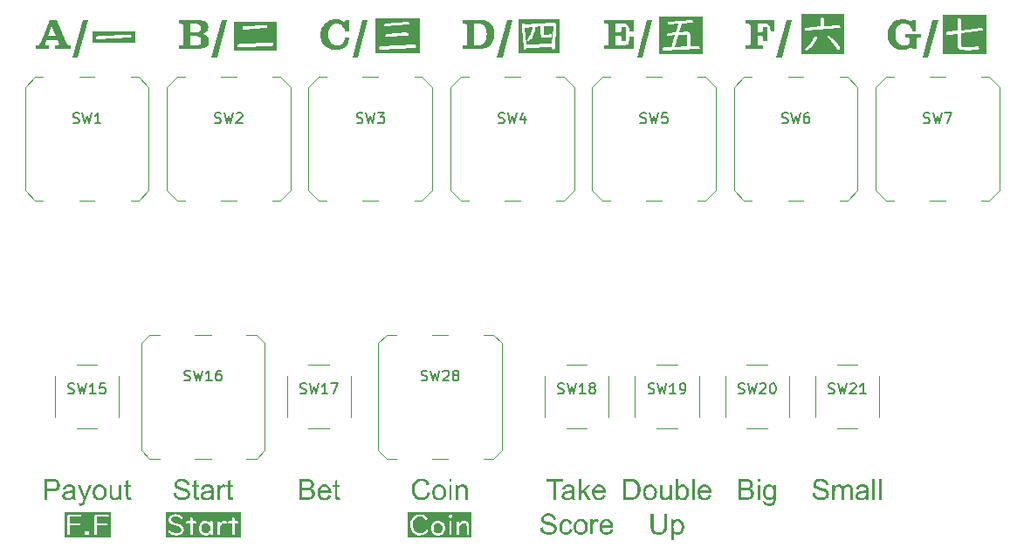
<source format=gbr>
%TF.GenerationSoftware,KiCad,Pcbnew,9.0.6*%
%TF.CreationDate,2026-01-11T11:52:41+09:00*%
%TF.ProjectId,MH01852029121Z2_MJ-HF_control,4d483031-3835-4323-9032-393132315a32,rev?*%
%TF.SameCoordinates,Original*%
%TF.FileFunction,Legend,Top*%
%TF.FilePolarity,Positive*%
%FSLAX46Y46*%
G04 Gerber Fmt 4.6, Leading zero omitted, Abs format (unit mm)*
G04 Created by KiCad (PCBNEW 9.0.6) date 2026-01-11 11:52:41*
%MOMM*%
%LPD*%
G01*
G04 APERTURE LIST*
%ADD10C,0.150000*%
%ADD11C,0.120000*%
G04 APERTURE END LIST*
D10*
G36*
X52925418Y-35460301D02*
G01*
X52937875Y-35496022D01*
X52950514Y-35523316D01*
X52960956Y-35552625D01*
X52971580Y-35577904D01*
X52984036Y-35603183D01*
X52996676Y-35628279D01*
X53007117Y-35651360D01*
X53017742Y-35670228D01*
X53091015Y-35779588D01*
X53172897Y-35850846D01*
X53223136Y-35875451D01*
X53288485Y-35892978D01*
X53458295Y-35905617D01*
X53458295Y-36250000D01*
X51905460Y-36250000D01*
X51905460Y-35897374D01*
X52052372Y-35897374D01*
X52065012Y-35901587D01*
X52077468Y-35901587D01*
X52087909Y-35901587D01*
X52098534Y-35901587D01*
X52178218Y-35895359D01*
X52237020Y-35880704D01*
X52280983Y-35847182D01*
X52295821Y-35796807D01*
X52291608Y-35752660D01*
X52278968Y-35700270D01*
X52260101Y-35647697D01*
X52241233Y-35591093D01*
X52232807Y-35574241D01*
X52224380Y-35557571D01*
X52215954Y-35540718D01*
X52207711Y-35519652D01*
X52190858Y-35479902D01*
X52174005Y-35444181D01*
X52159351Y-35408461D01*
X52144696Y-35376953D01*
X52144696Y-35368527D01*
X51099642Y-35368527D01*
X51091215Y-35389593D01*
X51087002Y-35406446D01*
X51078576Y-35427329D01*
X51070333Y-35444181D01*
X51059708Y-35477887D01*
X51045054Y-35511226D01*
X51034429Y-35536505D01*
X51024171Y-35561601D01*
X51017759Y-35572226D01*
X51015744Y-35582667D01*
X51009333Y-35595307D01*
X51007318Y-35607763D01*
X50988267Y-35658321D01*
X50973796Y-35708513D01*
X50965369Y-35759071D01*
X50961156Y-35805050D01*
X50971598Y-35857623D01*
X51007318Y-35889131D01*
X51076378Y-35901587D01*
X51196179Y-35905800D01*
X51317812Y-35897374D01*
X51317812Y-36250000D01*
X50071441Y-36250000D01*
X50071441Y-35897191D01*
X50081699Y-35901404D01*
X50092323Y-35901404D01*
X50102765Y-35901404D01*
X50113389Y-35901404D01*
X50237037Y-35892978D01*
X50335772Y-35867698D01*
X50379436Y-35840468D01*
X50423883Y-35796257D01*
X50503567Y-35666015D01*
X50520420Y-35626264D01*
X50537273Y-35590544D01*
X50545516Y-35573691D01*
X50553942Y-35552625D01*
X50562369Y-35535956D01*
X50570795Y-35519103D01*
X50570795Y-35512875D01*
X50575008Y-35506463D01*
X50577023Y-35504448D01*
X50579221Y-35498037D01*
X50581236Y-35489610D01*
X50587648Y-35481184D01*
X50600104Y-35458286D01*
X50612744Y-35435022D01*
X50623185Y-35414139D01*
X50633810Y-35388860D01*
X50656707Y-35342698D01*
X50675758Y-35292140D01*
X50790945Y-35004544D01*
X51233914Y-35004544D01*
X51985144Y-35004544D01*
X51590753Y-34081123D01*
X51233914Y-35004544D01*
X50790945Y-35004544D01*
X51414349Y-33448046D01*
X52052372Y-33448046D01*
X52925418Y-35460301D01*
G37*
G36*
X55105652Y-33448046D02*
G01*
X54144495Y-37086775D01*
X53615648Y-37086775D01*
X54576805Y-33448046D01*
X55105652Y-33448046D01*
G37*
G36*
X93548464Y-33477494D02*
G01*
X93793483Y-33544766D01*
X93943657Y-33613849D01*
X94077364Y-33701794D01*
X94196301Y-33809281D01*
X94300531Y-33933765D01*
X94385776Y-34074519D01*
X94452390Y-34233531D01*
X94497862Y-34400782D01*
X94526352Y-34587564D01*
X94536287Y-34796449D01*
X94525168Y-35016223D01*
X94493150Y-35214235D01*
X94441765Y-35393073D01*
X94368187Y-35563315D01*
X94275344Y-35716752D01*
X94162779Y-35855059D01*
X94029144Y-35978608D01*
X93883364Y-36077600D01*
X93724057Y-36153463D01*
X93555038Y-36206089D01*
X93369125Y-36238711D01*
X93163886Y-36250000D01*
X91405338Y-36250000D01*
X91405338Y-35905617D01*
X91623508Y-35905617D01*
X91640361Y-35909647D01*
X91653000Y-35909647D01*
X91740928Y-35899206D01*
X91765542Y-35886017D01*
X92542716Y-35886017D01*
X92899371Y-35886017D01*
X92914026Y-35890047D01*
X92928864Y-35890047D01*
X92941320Y-35890047D01*
X92953960Y-35890047D01*
X93149049Y-35877590D01*
X93298159Y-35843885D01*
X93430416Y-35774825D01*
X93541608Y-35667663D01*
X93599607Y-35588375D01*
X93648586Y-35499869D01*
X93722042Y-35302581D01*
X93766189Y-35067559D01*
X93780844Y-34782161D01*
X93768661Y-34566296D01*
X93734682Y-34385572D01*
X93674997Y-34220380D01*
X93591983Y-34081123D01*
X93523169Y-34000158D01*
X93437931Y-33933928D01*
X93333879Y-33881821D01*
X93157964Y-33834237D01*
X92933077Y-33816791D01*
X92542716Y-33808365D01*
X92542716Y-35886017D01*
X91765542Y-35886017D01*
X91799729Y-35867698D01*
X91837465Y-35808897D01*
X91850104Y-35716573D01*
X91850104Y-33994112D01*
X91837465Y-33910214D01*
X91799729Y-33851413D01*
X91730486Y-33817707D01*
X91623508Y-33805068D01*
X91405338Y-33796641D01*
X91405338Y-33448046D01*
X93260423Y-33448046D01*
X93548464Y-33477494D01*
G37*
G36*
X96279448Y-33448046D02*
G01*
X95318292Y-37086775D01*
X94789445Y-37086775D01*
X95750601Y-33448046D01*
X96279448Y-33448046D01*
G37*
G36*
X80412779Y-33424598D02*
G01*
X80412779Y-34576264D01*
X80005565Y-34576264D01*
X79981309Y-34401946D01*
X79936322Y-34253131D01*
X79868177Y-34119026D01*
X79778968Y-34005286D01*
X79670016Y-33913063D01*
X79545961Y-33847566D01*
X79408039Y-33808690D01*
X79245908Y-33794993D01*
X79063929Y-33813441D01*
X78905922Y-33866617D01*
X78766618Y-33954979D01*
X78645804Y-34081123D01*
X78548105Y-34234440D01*
X78477826Y-34416896D01*
X78437708Y-34617178D01*
X78423421Y-34853602D01*
X78437288Y-35105738D01*
X78475811Y-35315221D01*
X78543128Y-35504847D01*
X78633164Y-35655390D01*
X78753771Y-35777317D01*
X78893466Y-35863119D01*
X79052382Y-35914306D01*
X79241695Y-35932362D01*
X79396680Y-35919942D01*
X79533504Y-35884185D01*
X79658436Y-35823014D01*
X79770542Y-35735075D01*
X79862171Y-35625126D01*
X79940535Y-35489610D01*
X79999723Y-35337498D01*
X80043483Y-35155853D01*
X80471580Y-35147426D01*
X80439686Y-35341039D01*
X80392380Y-35511538D01*
X80330896Y-35661618D01*
X80251174Y-35802389D01*
X80156935Y-35927174D01*
X80047697Y-36037325D01*
X79924477Y-36131566D01*
X79788499Y-36208390D01*
X79638285Y-36268135D01*
X79397286Y-36324142D01*
X79120062Y-36343789D01*
X78912159Y-36332120D01*
X78721211Y-36298181D01*
X78545054Y-36243039D01*
X78378530Y-36164581D01*
X78223651Y-36062838D01*
X78079221Y-35936392D01*
X77952606Y-35791916D01*
X77850169Y-35636904D01*
X77770560Y-35470193D01*
X77714296Y-35293824D01*
X77679689Y-35102705D01*
X77667794Y-34894635D01*
X77679753Y-34672505D01*
X77714431Y-34469593D01*
X77770560Y-34283539D01*
X77850745Y-34107110D01*
X77953310Y-33945923D01*
X78079221Y-33798473D01*
X78223921Y-33669222D01*
X78380845Y-33563939D01*
X78551282Y-33481385D01*
X78731875Y-33422820D01*
X78929065Y-33386683D01*
X79145341Y-33374223D01*
X79304710Y-33382650D01*
X79447409Y-33403532D01*
X79579666Y-33437238D01*
X79711924Y-33491826D01*
X79778968Y-33529745D01*
X79846196Y-33571510D01*
X79913241Y-33617855D01*
X79984682Y-33668047D01*
X80077006Y-33424598D01*
X80412779Y-33424598D01*
G37*
G36*
X82242219Y-33448046D02*
G01*
X81281062Y-37086775D01*
X80752215Y-37086775D01*
X81713372Y-33448046D01*
X82242219Y-33448046D01*
G37*
G36*
X125378105Y-79349825D02*
G01*
X125628210Y-79327843D01*
X125646344Y-79428241D01*
X125674227Y-79511132D01*
X125710764Y-79579291D01*
X125759826Y-79638441D01*
X125825940Y-79691410D01*
X125912265Y-79738171D01*
X126005152Y-79771270D01*
X126107155Y-79791691D01*
X126219766Y-79798743D01*
X126365860Y-79786876D01*
X126487456Y-79753558D01*
X126561199Y-79717975D01*
X126617874Y-79676604D01*
X126660258Y-79629605D01*
X126702998Y-79546687D01*
X126717045Y-79457536D01*
X126703167Y-79368428D01*
X126662334Y-79292550D01*
X126594791Y-79230829D01*
X126482083Y-79173970D01*
X126376906Y-79140492D01*
X126125489Y-79076029D01*
X125871436Y-79005044D01*
X125738852Y-78950610D01*
X125648372Y-78894171D01*
X125578026Y-78831896D01*
X125525018Y-78763642D01*
X125486095Y-78686658D01*
X125462660Y-78603855D01*
X125454676Y-78513660D01*
X125464174Y-78414717D01*
X125492548Y-78320497D01*
X125540649Y-78229361D01*
X125605526Y-78149586D01*
X125688416Y-78082813D01*
X125792097Y-78028593D01*
X125904223Y-77991103D01*
X126026238Y-77968026D01*
X126159683Y-77960083D01*
X126306753Y-77968595D01*
X126436904Y-77992956D01*
X126552425Y-78031891D01*
X126659032Y-78088471D01*
X126745372Y-78158616D01*
X126814009Y-78242916D01*
X126865372Y-78339168D01*
X126898181Y-78443676D01*
X126912439Y-78558356D01*
X126658304Y-78577529D01*
X126632173Y-78456245D01*
X126585624Y-78362270D01*
X126519574Y-78289933D01*
X126435273Y-78238836D01*
X126321818Y-78205147D01*
X126170551Y-78192602D01*
X126011815Y-78204446D01*
X125898776Y-78235412D01*
X125820063Y-78280774D01*
X125757572Y-78345560D01*
X125722020Y-78415525D01*
X125710154Y-78493387D01*
X125719023Y-78561883D01*
X125744744Y-78620279D01*
X125788067Y-78671074D01*
X125846717Y-78708674D01*
X125968520Y-78755954D01*
X126187648Y-78813956D01*
X126484386Y-78889608D01*
X126630949Y-78941695D01*
X126741802Y-79003238D01*
X126826483Y-79071405D01*
X126889114Y-79146127D01*
X126935089Y-79231892D01*
X126962953Y-79326184D01*
X126972523Y-79431158D01*
X126962461Y-79535180D01*
X126932289Y-79635119D01*
X126880932Y-79732676D01*
X126812314Y-79818701D01*
X126725521Y-79891884D01*
X126618004Y-79952739D01*
X126501331Y-79995677D01*
X126373298Y-80022132D01*
X126231978Y-80031263D01*
X126051751Y-80021425D01*
X125901414Y-79994042D01*
X125776343Y-79951639D01*
X125661557Y-79888793D01*
X125566215Y-79809240D01*
X125488137Y-79711915D01*
X125429754Y-79601263D01*
X125393080Y-79481316D01*
X125378105Y-79349825D01*
G37*
G36*
X127302861Y-80000000D02*
G01*
X127302861Y-78546266D01*
X127522924Y-78546266D01*
X127522924Y-78749232D01*
X127602065Y-78654312D01*
X127704519Y-78579361D01*
X127782413Y-78544033D01*
X127867970Y-78522439D01*
X127962805Y-78515003D01*
X128068518Y-78523140D01*
X128155451Y-78545831D01*
X128227076Y-78581437D01*
X128289048Y-78631454D01*
X128337255Y-78692737D01*
X128372645Y-78766939D01*
X128448833Y-78672966D01*
X128530630Y-78603160D01*
X128618771Y-78554405D01*
X128714776Y-78525043D01*
X128820830Y-78515003D01*
X128928273Y-78523420D01*
X129017300Y-78546984D01*
X129091278Y-78584134D01*
X129152757Y-78634682D01*
X129200500Y-78697296D01*
X129236680Y-78776838D01*
X129260282Y-78877167D01*
X129268894Y-79003122D01*
X129268894Y-80000000D01*
X129024407Y-80000000D01*
X129024407Y-79083600D01*
X129017185Y-78946056D01*
X129000471Y-78870621D01*
X128967177Y-78812342D01*
X128913643Y-78765840D01*
X128846587Y-78736311D01*
X128766120Y-78726029D01*
X128668372Y-78737753D01*
X128584771Y-78771630D01*
X128511985Y-78828122D01*
X128459179Y-78902802D01*
X128424111Y-79008240D01*
X128410869Y-79154797D01*
X128410869Y-80000000D01*
X128165038Y-80000000D01*
X128165038Y-79054780D01*
X128157112Y-78946316D01*
X128136082Y-78866317D01*
X128104833Y-78808217D01*
X128058781Y-78764193D01*
X127995212Y-78736318D01*
X127908095Y-78726029D01*
X127808203Y-78739736D01*
X127716120Y-78780861D01*
X127663280Y-78822497D01*
X127620886Y-78875325D01*
X127588381Y-78941085D01*
X127560244Y-79058595D01*
X127548814Y-79245167D01*
X127548814Y-80000000D01*
X127302861Y-80000000D01*
G37*
G36*
X130423801Y-78527164D02*
G01*
X130549337Y-78558845D01*
X130654157Y-78610871D01*
X130720063Y-78668876D01*
X130765666Y-78741947D01*
X130796633Y-78836304D01*
X130805136Y-78911817D01*
X130808967Y-79063328D01*
X130808967Y-79391468D01*
X130814189Y-79704006D01*
X130824599Y-79825732D01*
X130847886Y-79914366D01*
X130886759Y-80000000D01*
X130629937Y-80000000D01*
X130599112Y-79918403D01*
X130580722Y-79819382D01*
X130441899Y-79921442D01*
X130317795Y-79983391D01*
X130187930Y-80019092D01*
X130046563Y-80031263D01*
X129926407Y-80022878D01*
X129827447Y-79999542D01*
X129745960Y-79963151D01*
X129678978Y-79914392D01*
X129622732Y-79851768D01*
X129583105Y-79782184D01*
X129558973Y-79704193D01*
X129550628Y-79615683D01*
X129551374Y-79609455D01*
X129812945Y-79609455D01*
X129821301Y-79671915D01*
X129845740Y-79726018D01*
X129887317Y-79773953D01*
X129940824Y-79808763D01*
X130011768Y-79831412D01*
X130105304Y-79839776D01*
X130198411Y-79832548D01*
X130282138Y-79811591D01*
X130358095Y-79777372D01*
X130426100Y-79730008D01*
X130479792Y-79673392D01*
X130520639Y-79606646D01*
X130548763Y-79512302D01*
X130560206Y-79359717D01*
X130560206Y-79269225D01*
X130408790Y-79316364D01*
X130158549Y-79362770D01*
X130018522Y-79388646D01*
X129944103Y-79412229D01*
X129887859Y-79446370D01*
X129847017Y-79492341D01*
X129821515Y-79547820D01*
X129812945Y-79609455D01*
X129551374Y-79609455D01*
X129562922Y-79512989D01*
X129599110Y-79420900D01*
X129655561Y-79340950D01*
X129726117Y-79279483D01*
X129808915Y-79232968D01*
X129903071Y-79198761D01*
X130121668Y-79161880D01*
X130399239Y-79119466D01*
X130560206Y-79077739D01*
X130561671Y-79013869D01*
X130552415Y-78916596D01*
X130528190Y-78849001D01*
X130491940Y-78803087D01*
X130424185Y-78759407D01*
X130333180Y-78730793D01*
X130211916Y-78720167D01*
X130097196Y-78728390D01*
X130014344Y-78749992D01*
X129955705Y-78781716D01*
X129908789Y-78828720D01*
X129867669Y-78899023D01*
X129833461Y-78999581D01*
X129593004Y-78966852D01*
X129621046Y-78865062D01*
X129657274Y-78781961D01*
X129700837Y-78714672D01*
X129756252Y-78657404D01*
X129827710Y-78608082D01*
X129918091Y-78566905D01*
X130067052Y-78528691D01*
X130247453Y-78515003D01*
X130423801Y-78527164D01*
G37*
G36*
X131183880Y-80000000D02*
G01*
X131183880Y-77991346D01*
X131429710Y-77991346D01*
X131429710Y-80000000D01*
X131183880Y-80000000D01*
G37*
G36*
X131805234Y-80000000D02*
G01*
X131805234Y-77991346D01*
X132051064Y-77991346D01*
X132051064Y-80000000D01*
X131805234Y-80000000D01*
G37*
G36*
X76509685Y-77999172D02*
G01*
X76630508Y-78020402D01*
X76725017Y-78052285D01*
X76811300Y-78100468D01*
X76883202Y-78162542D01*
X76942271Y-78239619D01*
X76986422Y-78326500D01*
X77012236Y-78414207D01*
X77020796Y-78504134D01*
X77013096Y-78587936D01*
X76990071Y-78668234D01*
X76951064Y-78746301D01*
X76898295Y-78815443D01*
X76829041Y-78876414D01*
X76740771Y-78929483D01*
X76855673Y-78975137D01*
X76947617Y-79035977D01*
X77020185Y-79112055D01*
X77074026Y-79202262D01*
X77106639Y-79302899D01*
X77117882Y-79416748D01*
X77102855Y-79553794D01*
X77058409Y-79679553D01*
X76989985Y-79789563D01*
X76911497Y-79866887D01*
X76815975Y-79923296D01*
X76692167Y-79966416D01*
X76552797Y-79990828D01*
X76369156Y-80000000D01*
X75605408Y-80000000D01*
X75605408Y-79767480D01*
X75870534Y-79767480D01*
X76369156Y-79767480D01*
X76549529Y-79757711D01*
X76635893Y-79734665D01*
X76702425Y-79702267D01*
X76757562Y-79655600D01*
X76803542Y-79589183D01*
X76832950Y-79510727D01*
X76843231Y-79417725D01*
X76836568Y-79343637D01*
X76817323Y-79278293D01*
X76785834Y-79220010D01*
X76742876Y-79169790D01*
X76690292Y-79130672D01*
X76626588Y-79102041D01*
X76513494Y-79077832D01*
X76333618Y-79067969D01*
X75870534Y-79067969D01*
X75870534Y-79767480D01*
X75605408Y-79767480D01*
X75605408Y-78835450D01*
X75870534Y-78835450D01*
X76303576Y-78835450D01*
X76467347Y-78828349D01*
X76556368Y-78812002D01*
X76646873Y-78770359D01*
X76708653Y-78711252D01*
X76746466Y-78634065D01*
X76759944Y-78534542D01*
X76747644Y-78438522D01*
X76712073Y-78357100D01*
X76675632Y-78311378D01*
X76630544Y-78276677D01*
X76575419Y-78252198D01*
X76470766Y-78232543D01*
X76270726Y-78223866D01*
X75870534Y-78223866D01*
X75870534Y-78835450D01*
X75605408Y-78835450D01*
X75605408Y-77991346D01*
X76356821Y-77991346D01*
X76509685Y-77999172D01*
G37*
G36*
X78188723Y-78528003D02*
G01*
X78313222Y-78565464D01*
X78423530Y-78626678D01*
X78522034Y-78713084D01*
X78599557Y-78816673D01*
X78656953Y-78941069D01*
X78693498Y-79090436D01*
X78706560Y-79270080D01*
X78705094Y-79335659D01*
X77623098Y-79335659D01*
X77638085Y-79454665D01*
X77666480Y-79552821D01*
X77706722Y-79633616D01*
X77758287Y-79699825D01*
X77846040Y-79769970D01*
X77945854Y-79811724D01*
X78061636Y-79826099D01*
X78149524Y-79817876D01*
X78225735Y-79794262D01*
X78292568Y-79755757D01*
X78349025Y-79702886D01*
X78399730Y-79629522D01*
X78444243Y-79531053D01*
X78698378Y-79562438D01*
X78645289Y-79703075D01*
X78571164Y-79816967D01*
X78475628Y-79908286D01*
X78391897Y-79960491D01*
X78296226Y-79998801D01*
X78186538Y-80022824D01*
X78060293Y-80031263D01*
X77903360Y-80017960D01*
X77769546Y-79980157D01*
X77654604Y-79919447D01*
X77555443Y-79835258D01*
X77476883Y-79732431D01*
X77418912Y-79609403D01*
X77382099Y-79462143D01*
X77368964Y-79285467D01*
X77380250Y-79130495D01*
X77636776Y-79130495D01*
X78446930Y-79130495D01*
X78427384Y-79012548D01*
X78395647Y-78924583D01*
X78353995Y-78860118D01*
X78290401Y-78798505D01*
X78219568Y-78755378D01*
X78139978Y-78729211D01*
X78049302Y-78720167D01*
X77940909Y-78732947D01*
X77847132Y-78770007D01*
X77764515Y-78831908D01*
X77700190Y-78912750D01*
X77657443Y-79010831D01*
X77636776Y-79130495D01*
X77380250Y-79130495D01*
X77382302Y-79102313D01*
X77419632Y-78949960D01*
X77478280Y-78823012D01*
X77557519Y-78717236D01*
X77658198Y-78629178D01*
X77771420Y-78566665D01*
X77899698Y-78528329D01*
X78046616Y-78515003D01*
X78188723Y-78528003D01*
G37*
G36*
X79543214Y-79775296D02*
G01*
X79578751Y-80000000D01*
X79392882Y-80015631D01*
X79267878Y-80003761D01*
X79185276Y-79973377D01*
X79121634Y-79923503D01*
X79081472Y-79862124D01*
X79061133Y-79774196D01*
X79051431Y-79571964D01*
X79051431Y-78737752D01*
X78871057Y-78737752D01*
X78871057Y-78546266D01*
X79051431Y-78546266D01*
X79051431Y-78186130D01*
X79295918Y-78038241D01*
X79295918Y-78546266D01*
X79543214Y-78546266D01*
X79543214Y-78737752D01*
X79295918Y-78737752D01*
X79295918Y-79589305D01*
X79300172Y-79685618D01*
X79308863Y-79725104D01*
X79325877Y-79752056D01*
X79351239Y-79773098D01*
X79384416Y-79785909D01*
X79435258Y-79790928D01*
X79543214Y-79775296D01*
G37*
G36*
X119087843Y-77999172D02*
G01*
X119208666Y-78020402D01*
X119303175Y-78052285D01*
X119389458Y-78100468D01*
X119461360Y-78162542D01*
X119520429Y-78239619D01*
X119564580Y-78326500D01*
X119590394Y-78414207D01*
X119598954Y-78504134D01*
X119591254Y-78587936D01*
X119568229Y-78668234D01*
X119529222Y-78746301D01*
X119476453Y-78815443D01*
X119407199Y-78876414D01*
X119318929Y-78929483D01*
X119433831Y-78975137D01*
X119525775Y-79035977D01*
X119598343Y-79112055D01*
X119652184Y-79202262D01*
X119684797Y-79302899D01*
X119696040Y-79416748D01*
X119681013Y-79553794D01*
X119636567Y-79679553D01*
X119568143Y-79789563D01*
X119489655Y-79866887D01*
X119394133Y-79923296D01*
X119270325Y-79966416D01*
X119130955Y-79990828D01*
X118947314Y-80000000D01*
X118183566Y-80000000D01*
X118183566Y-79767480D01*
X118448692Y-79767480D01*
X118947314Y-79767480D01*
X119127687Y-79757711D01*
X119214051Y-79734665D01*
X119280583Y-79702267D01*
X119335720Y-79655600D01*
X119381700Y-79589183D01*
X119411108Y-79510727D01*
X119421389Y-79417725D01*
X119414726Y-79343637D01*
X119395481Y-79278293D01*
X119363992Y-79220010D01*
X119321034Y-79169790D01*
X119268450Y-79130672D01*
X119204746Y-79102041D01*
X119091652Y-79077832D01*
X118911776Y-79067969D01*
X118448692Y-79067969D01*
X118448692Y-79767480D01*
X118183566Y-79767480D01*
X118183566Y-78835450D01*
X118448692Y-78835450D01*
X118881734Y-78835450D01*
X119045505Y-78828349D01*
X119134526Y-78812002D01*
X119225031Y-78770359D01*
X119286811Y-78711252D01*
X119324624Y-78634065D01*
X119338102Y-78534542D01*
X119325802Y-78438522D01*
X119290231Y-78357100D01*
X119253790Y-78311378D01*
X119208702Y-78276677D01*
X119153577Y-78252198D01*
X119048924Y-78232543D01*
X118848884Y-78223866D01*
X118448692Y-78223866D01*
X118448692Y-78835450D01*
X118183566Y-78835450D01*
X118183566Y-77991346D01*
X118934979Y-77991346D01*
X119087843Y-77999172D01*
G37*
G36*
X120030531Y-78272714D02*
G01*
X120030531Y-77991346D01*
X120276361Y-77991346D01*
X120276361Y-78272714D01*
X120030531Y-78272714D01*
G37*
G36*
X120030531Y-80000000D02*
G01*
X120030531Y-78546266D01*
X120276361Y-78546266D01*
X120276361Y-80000000D01*
X120030531Y-80000000D01*
G37*
G36*
X121308040Y-78528211D02*
G01*
X121417839Y-78566765D01*
X121517252Y-78631105D01*
X121608217Y-78724319D01*
X121608217Y-78546266D01*
X121834997Y-78546266D01*
X121834997Y-79800575D01*
X121825093Y-80028936D01*
X121800125Y-80182500D01*
X121765998Y-80280757D01*
X121711680Y-80367617D01*
X121639560Y-80441730D01*
X121547401Y-80504117D01*
X121444551Y-80548249D01*
X121323057Y-80576234D01*
X121179205Y-80586182D01*
X121048775Y-80577997D01*
X120937226Y-80554889D01*
X120841675Y-80518426D01*
X120759718Y-80469312D01*
X120691283Y-80404906D01*
X120643018Y-80326940D01*
X120613857Y-80232524D01*
X120605356Y-80117236D01*
X120844470Y-80152529D01*
X120861586Y-80222514D01*
X120889560Y-80274724D01*
X120927757Y-80312997D01*
X120992251Y-80349163D01*
X121074117Y-80372511D01*
X121177861Y-80381018D01*
X121290014Y-80372320D01*
X121376027Y-80348793D01*
X121441522Y-80312997D01*
X121496209Y-80262360D01*
X121537955Y-80199672D01*
X121567185Y-80122732D01*
X121579903Y-80027626D01*
X121585014Y-79808635D01*
X121497606Y-79893778D01*
X121402849Y-79952661D01*
X121298980Y-79987939D01*
X121183235Y-80000000D01*
X121037707Y-79985590D01*
X120914811Y-79944569D01*
X120809909Y-79878011D01*
X120720028Y-79783967D01*
X120649185Y-79672213D01*
X120598244Y-79549927D01*
X120566945Y-79415207D01*
X120556141Y-79265683D01*
X120557253Y-79247976D01*
X120808933Y-79247976D01*
X120817626Y-79394037D01*
X120841166Y-79508163D01*
X120876596Y-79596442D01*
X120922261Y-79663921D01*
X121005097Y-79737193D01*
X121098584Y-79780158D01*
X121206560Y-79794836D01*
X121313666Y-79780295D01*
X121407118Y-79737608D01*
X121490614Y-79664654D01*
X121537127Y-79597299D01*
X121572988Y-79510072D01*
X121596689Y-79398264D01*
X121605409Y-79256158D01*
X121596692Y-79121371D01*
X121572698Y-79012589D01*
X121535817Y-78925145D01*
X121487195Y-78855233D01*
X121401306Y-78779023D01*
X121307541Y-78734996D01*
X121202408Y-78720167D01*
X121099112Y-78734792D01*
X121007380Y-78778152D01*
X120923727Y-78853157D01*
X120876563Y-78921942D01*
X120840739Y-79008033D01*
X120817410Y-79115183D01*
X120808933Y-79247976D01*
X120557253Y-79247976D01*
X120564743Y-79128694D01*
X120589933Y-79001350D01*
X120631246Y-78882222D01*
X120690253Y-78771902D01*
X120762737Y-78682271D01*
X120849233Y-78610746D01*
X120948273Y-78558233D01*
X121059167Y-78526120D01*
X121184700Y-78515003D01*
X121308040Y-78528211D01*
G37*
G36*
X57341151Y-83657986D02*
G01*
X52840933Y-83657986D01*
X52840933Y-81688450D01*
X53063155Y-81688450D01*
X53063155Y-83326343D01*
X53067437Y-83359857D01*
X53079519Y-83386549D01*
X53121725Y-83422886D01*
X53184788Y-83435764D01*
X53238185Y-83426962D01*
X53280531Y-83401570D01*
X53303885Y-83368854D01*
X53311916Y-83326343D01*
X53311916Y-83219731D01*
X54784212Y-83219731D01*
X54792042Y-83279554D01*
X54814971Y-83331765D01*
X54853943Y-83378367D01*
X54921766Y-83421615D01*
X54997436Y-83435764D01*
X55072857Y-83423998D01*
X55133619Y-83390065D01*
X55183427Y-83331838D01*
X55207067Y-83276764D01*
X55214812Y-83219731D01*
X55202679Y-83144780D01*
X55167572Y-83084514D01*
X55106857Y-83035205D01*
X55054601Y-83012491D01*
X55000245Y-83005041D01*
X54929087Y-83016681D01*
X54866155Y-83051570D01*
X54820209Y-83100005D01*
X54793382Y-83155238D01*
X54784212Y-83219731D01*
X53311916Y-83219731D01*
X53311916Y-82497871D01*
X54252617Y-82497871D01*
X54304387Y-82486246D01*
X54334133Y-82454033D01*
X54345552Y-82393946D01*
X54333267Y-82336938D01*
X54299146Y-82302355D01*
X54252617Y-82290020D01*
X53311916Y-82290020D01*
X53311916Y-81725331D01*
X53318170Y-81695116D01*
X53324847Y-81688450D01*
X55710747Y-81688450D01*
X55710747Y-83326343D01*
X55715029Y-83359857D01*
X55727111Y-83386549D01*
X55769317Y-83422886D01*
X55832380Y-83435764D01*
X55885778Y-83426962D01*
X55928123Y-83401570D01*
X55951477Y-83368854D01*
X55959508Y-83326343D01*
X55959508Y-82497871D01*
X56900210Y-82497871D01*
X56951980Y-82486246D01*
X56981726Y-82454033D01*
X56993144Y-82393946D01*
X56980860Y-82336938D01*
X56946738Y-82302355D01*
X56900210Y-82290020D01*
X55959508Y-82290020D01*
X55959508Y-81725331D01*
X55965763Y-81695116D01*
X55982568Y-81678338D01*
X56012875Y-81672086D01*
X57023186Y-81672086D01*
X57076434Y-81660045D01*
X57107121Y-81626591D01*
X57118929Y-81564009D01*
X57109904Y-81513279D01*
X57084735Y-81477913D01*
X57056602Y-81461589D01*
X57023186Y-81456053D01*
X55945953Y-81456053D01*
X55856703Y-81466523D01*
X55793480Y-81494534D01*
X55749333Y-81538318D01*
X55721223Y-81600708D01*
X55710747Y-81688450D01*
X53324847Y-81688450D01*
X53334975Y-81678338D01*
X53365283Y-81672086D01*
X54375594Y-81672086D01*
X54428842Y-81660045D01*
X54459528Y-81626591D01*
X54471337Y-81564009D01*
X54462312Y-81513279D01*
X54437143Y-81477913D01*
X54409010Y-81461589D01*
X54375594Y-81456053D01*
X53298360Y-81456053D01*
X53209111Y-81466523D01*
X53145888Y-81494534D01*
X53101741Y-81538318D01*
X53073631Y-81600708D01*
X53063155Y-81688450D01*
X52840933Y-81688450D01*
X52840933Y-81233831D01*
X57341151Y-81233831D01*
X57341151Y-83657986D01*
G37*
G36*
X100197956Y-34014627D02*
G01*
X100222692Y-34039186D01*
X100232292Y-34088224D01*
X100230094Y-34118998D01*
X100117437Y-35763790D01*
X97611322Y-35862159D01*
X97490422Y-34180547D01*
X98285982Y-34129256D01*
X98246519Y-34154557D01*
X98213854Y-34206266D01*
X98189628Y-34297418D01*
X98128312Y-34586820D01*
X98036984Y-34832425D01*
X97917854Y-35040574D01*
X97771240Y-35216259D01*
X97676266Y-35324844D01*
X97656385Y-35374162D01*
X97663912Y-35407513D01*
X97689174Y-35443771D01*
X97725213Y-35470262D01*
X97765195Y-35478759D01*
X97817487Y-35466240D01*
X97897783Y-35417702D01*
X98019452Y-35310598D01*
X98186854Y-35118281D01*
X98319534Y-34909112D01*
X98419338Y-34681001D01*
X98492296Y-34432374D01*
X98511662Y-34274886D01*
X98495395Y-34198595D01*
X98449640Y-34149822D01*
X98366032Y-34123211D01*
X99018161Y-34082178D01*
X99018161Y-34840919D01*
X99027214Y-34945629D01*
X99050834Y-35018747D01*
X99085755Y-35068614D01*
X99148510Y-35106413D01*
X99270961Y-35135957D01*
X99485825Y-35148482D01*
X99835387Y-35136942D01*
X100004596Y-35111662D01*
X100067986Y-35081923D01*
X100104336Y-35034571D01*
X100117437Y-34964017D01*
X100101005Y-34887926D01*
X100056150Y-34844922D01*
X99973822Y-34828646D01*
X99904030Y-34836889D01*
X99683520Y-34863716D01*
X99510371Y-34871693D01*
X99360711Y-34861435D01*
X99323934Y-34839142D01*
X99311435Y-34795856D01*
X99311435Y-34061662D01*
X100137953Y-34010371D01*
X100154256Y-34008356D01*
X100197956Y-34014627D01*
G37*
G36*
X100873188Y-36632382D02*
G01*
X96835054Y-36632382D01*
X96835054Y-33897531D01*
X97168387Y-33897531D01*
X97172418Y-33942594D01*
X97190820Y-34180547D01*
X97342594Y-36143161D01*
X97365977Y-36234362D01*
X97411314Y-36282389D01*
X97482178Y-36299049D01*
X97573471Y-36282053D01*
X97619898Y-36238642D01*
X97633853Y-36163677D01*
X97631838Y-36147191D01*
X100096920Y-36050837D01*
X100092707Y-36122644D01*
X100090692Y-36151404D01*
X100102146Y-36235656D01*
X100144619Y-36281743D01*
X100226064Y-36299049D01*
X100316493Y-36280500D01*
X100369861Y-36229945D01*
X100394225Y-36139131D01*
X100537840Y-34051404D01*
X100539855Y-34008356D01*
X100520161Y-33876677D01*
X100467913Y-33791242D01*
X100383102Y-33738818D01*
X100252808Y-33719112D01*
X100209577Y-33719112D01*
X97469905Y-33903759D01*
X97442988Y-33827902D01*
X97394980Y-33785601D01*
X97320062Y-33770403D01*
X97231459Y-33786437D01*
X97184884Y-33827505D01*
X97168387Y-33897531D01*
X96835054Y-33897531D01*
X96835054Y-33385779D01*
X100873188Y-33385779D01*
X100873188Y-36632382D01*
G37*
G36*
X66600764Y-82265405D02*
G01*
X66669731Y-82281838D01*
X66763334Y-82323229D01*
X66841971Y-82382448D01*
X66907623Y-82460990D01*
X66946105Y-82532584D01*
X66968563Y-82605071D01*
X66976011Y-82679710D01*
X66976011Y-82775331D01*
X66962719Y-82880443D01*
X66921990Y-82983952D01*
X66850226Y-83088450D01*
X66775930Y-83161534D01*
X66699003Y-83211035D01*
X66618211Y-83240042D01*
X66531612Y-83249773D01*
X66435170Y-83239213D01*
X66351148Y-83208623D01*
X66276741Y-83157853D01*
X66210310Y-83084420D01*
X66155796Y-82988847D01*
X66122250Y-82879213D01*
X66110537Y-82752128D01*
X66124662Y-82612501D01*
X66164696Y-82496111D01*
X66229483Y-82398098D01*
X66293042Y-82337228D01*
X66363478Y-82294663D01*
X66442256Y-82268876D01*
X66531612Y-82259979D01*
X66600764Y-82265405D01*
G37*
G36*
X69945843Y-83685341D02*
G01*
X62658936Y-83685341D01*
X62658936Y-83076116D01*
X62881158Y-83076116D01*
X62891438Y-83121115D01*
X62928036Y-83177730D01*
X63004134Y-83251116D01*
X63138470Y-83342453D01*
X63287939Y-83408318D01*
X63455296Y-83448993D01*
X63644050Y-83463119D01*
X63802611Y-83454081D01*
X63938847Y-83428559D01*
X64055967Y-83388373D01*
X64156716Y-83334525D01*
X64244723Y-83265504D01*
X64311079Y-83187859D01*
X64358265Y-83100619D01*
X64387227Y-83001867D01*
X64397295Y-82888904D01*
X64387102Y-82781626D01*
X64357714Y-82687856D01*
X64309573Y-82604881D01*
X64241310Y-82530864D01*
X64149877Y-82465020D01*
X63983520Y-82386405D01*
X63687770Y-82288677D01*
X63416579Y-82198429D01*
X64604780Y-82198429D01*
X64618037Y-82257709D01*
X64655338Y-82294173D01*
X64700401Y-82305041D01*
X65013520Y-82305041D01*
X65013520Y-83327686D01*
X65023168Y-83374214D01*
X65047430Y-83407966D01*
X65082177Y-83428342D01*
X65131123Y-83435764D01*
X65180113Y-83427249D01*
X65217219Y-83402913D01*
X65240773Y-83369267D01*
X65248726Y-83327686D01*
X65248726Y-82750785D01*
X65872644Y-82750785D01*
X65872741Y-82752128D01*
X65883252Y-82897386D01*
X65913633Y-83026009D01*
X65962507Y-83139533D01*
X66029815Y-83240247D01*
X66126450Y-83336361D01*
X66236999Y-83404204D01*
X66364244Y-83445794D01*
X66512438Y-83460310D01*
X66606221Y-83451073D01*
X66695743Y-83423429D01*
X66787147Y-83375754D01*
X66865822Y-83313752D01*
X66933121Y-83236423D01*
X66989567Y-83141817D01*
X67007397Y-83342829D01*
X67021867Y-83395864D01*
X67052393Y-83425135D01*
X67103140Y-83435764D01*
X67159908Y-83424151D01*
X67191275Y-83393086D01*
X67202913Y-83337334D01*
X67202913Y-82175226D01*
X67667463Y-82175226D01*
X67667463Y-83329152D01*
X67672465Y-83363608D01*
X67686636Y-83390579D01*
X67727331Y-83424151D01*
X67783723Y-83435764D01*
X67837141Y-83425837D01*
X67876657Y-83397418D01*
X67896130Y-83366095D01*
X67902669Y-83329152D01*
X67902669Y-82623656D01*
X67969356Y-82476435D01*
X68038615Y-82375799D01*
X68109793Y-82311092D01*
X68183882Y-82274667D01*
X68263538Y-82262665D01*
X68337031Y-82271070D01*
X68385293Y-82292829D01*
X68432993Y-82318840D01*
X68478227Y-82326901D01*
X68527048Y-82316714D01*
X68567131Y-82285990D01*
X68588931Y-82250053D01*
X68595830Y-82213450D01*
X68591889Y-82198429D01*
X68670935Y-82198429D01*
X68684192Y-82257709D01*
X68721493Y-82294173D01*
X68766556Y-82305041D01*
X69079675Y-82305041D01*
X69079675Y-83327686D01*
X69089323Y-83374214D01*
X69113585Y-83407966D01*
X69148332Y-83428342D01*
X69197278Y-83435764D01*
X69246268Y-83427249D01*
X69283374Y-83402913D01*
X69306928Y-83369267D01*
X69314881Y-83327686D01*
X69314881Y-82305041D01*
X69627878Y-82305041D01*
X69677093Y-82292829D01*
X69711519Y-82255088D01*
X69723621Y-82198429D01*
X69715877Y-82154414D01*
X69693579Y-82120516D01*
X69665397Y-82101238D01*
X69627878Y-82094504D01*
X69314881Y-82094504D01*
X69314881Y-81766364D01*
X69305233Y-81719958D01*
X69281020Y-81686118D01*
X69246666Y-81665784D01*
X69198621Y-81658408D01*
X69148469Y-81666978D01*
X69111182Y-81691259D01*
X69087728Y-81723968D01*
X69079675Y-81766364D01*
X69079675Y-82094504D01*
X68766556Y-82094504D01*
X68734843Y-82099176D01*
X68710502Y-82112334D01*
X68681148Y-82148187D01*
X68670935Y-82198429D01*
X68591889Y-82198429D01*
X68581939Y-82160507D01*
X68535624Y-82108182D01*
X68477455Y-82072408D01*
X68404072Y-82049547D01*
X68311409Y-82041259D01*
X68228284Y-82050236D01*
X68146788Y-82077489D01*
X68065335Y-82124668D01*
X67994983Y-82185352D01*
X67937282Y-82259475D01*
X67891678Y-82348883D01*
X67891678Y-82175226D01*
X67887118Y-82144369D01*
X67873970Y-82119173D01*
X67835582Y-82086746D01*
X67779570Y-82075331D01*
X67718610Y-82088595D01*
X67679797Y-82126011D01*
X67667463Y-82175226D01*
X67202913Y-82175226D01*
X67202913Y-82150558D01*
X67193388Y-82104152D01*
X67169520Y-82072624D01*
X67136006Y-82053556D01*
X67089462Y-82046632D01*
X67039517Y-82055804D01*
X67001901Y-82082170D01*
X66982627Y-82112568D01*
X66976011Y-82150558D01*
X66976011Y-82279152D01*
X66869999Y-82175818D01*
X66758367Y-82105246D01*
X66639259Y-82063534D01*
X66509752Y-82049441D01*
X66383073Y-82060648D01*
X66270974Y-82093042D01*
X66170674Y-82146050D01*
X66080175Y-82220808D01*
X65998429Y-82320062D01*
X65929267Y-82448236D01*
X65887167Y-82590650D01*
X65872644Y-82750785D01*
X65248726Y-82750785D01*
X65248726Y-82305041D01*
X65561723Y-82305041D01*
X65610938Y-82292829D01*
X65645364Y-82255088D01*
X65657466Y-82198429D01*
X65649722Y-82154414D01*
X65627425Y-82120516D01*
X65599242Y-82101238D01*
X65561723Y-82094504D01*
X65248726Y-82094504D01*
X65248726Y-81766364D01*
X65239078Y-81719958D01*
X65214865Y-81686118D01*
X65180511Y-81665784D01*
X65132466Y-81658408D01*
X65082314Y-81666978D01*
X65045027Y-81691259D01*
X65021573Y-81723968D01*
X65013520Y-81766364D01*
X65013520Y-82094504D01*
X64700401Y-82094504D01*
X64668688Y-82099176D01*
X64644347Y-82112334D01*
X64614993Y-82148187D01*
X64604780Y-82198429D01*
X63416579Y-82198429D01*
X63409370Y-82196030D01*
X63284403Y-82134193D01*
X63213009Y-82071264D01*
X63173242Y-82002971D01*
X63160083Y-81926343D01*
X63171585Y-81845473D01*
X63204904Y-81778011D01*
X63261590Y-81720535D01*
X63347295Y-81672086D01*
X63464808Y-81636951D01*
X63612543Y-81624214D01*
X63739058Y-81636320D01*
X63855151Y-81671935D01*
X63963267Y-81731432D01*
X64065125Y-81817044D01*
X64104008Y-81843808D01*
X64148534Y-81852581D01*
X64199891Y-81842281D01*
X64241469Y-81811549D01*
X64265157Y-81774462D01*
X64272976Y-81732170D01*
X64264452Y-81692177D01*
X64235417Y-81646237D01*
X64177233Y-81591364D01*
X64058944Y-81513942D01*
X63926705Y-81457853D01*
X63778042Y-81423090D01*
X63609856Y-81410990D01*
X63450775Y-81422245D01*
X63313418Y-81454237D01*
X63194277Y-81505268D01*
X63093454Y-81572200D01*
X63019062Y-81647017D01*
X62967160Y-81730306D01*
X62935732Y-81823861D01*
X62924877Y-81930495D01*
X62937677Y-82044527D01*
X62974335Y-82140809D01*
X63034679Y-82223299D01*
X63121737Y-82294173D01*
X63230779Y-82354933D01*
X63373918Y-82417075D01*
X63557833Y-82480041D01*
X63863206Y-82582956D01*
X64010415Y-82648203D01*
X64077242Y-82695700D01*
X64122700Y-82750975D01*
X64149944Y-82815325D01*
X64159403Y-82891591D01*
X64148585Y-82976521D01*
X64117173Y-83049373D01*
X64064267Y-83113149D01*
X63985868Y-83169173D01*
X63893526Y-83209400D01*
X63782694Y-83235087D01*
X63649546Y-83244277D01*
X63496143Y-83229752D01*
X63354134Y-83186880D01*
X63226194Y-83120450D01*
X63129919Y-83043387D01*
X63049093Y-82979013D01*
X62994609Y-82962665D01*
X62944210Y-82973667D01*
X62905704Y-83006385D01*
X62887131Y-83040709D01*
X62881158Y-83076116D01*
X62658936Y-83076116D01*
X62658936Y-81188768D01*
X69945843Y-81188768D01*
X69945843Y-83685341D01*
G37*
G36*
X87256544Y-36632382D02*
G01*
X82974229Y-36632382D01*
X82974229Y-36151404D01*
X83307562Y-36151404D01*
X83325434Y-36234461D01*
X83374156Y-36281332D01*
X83463450Y-36299049D01*
X83475724Y-36299049D01*
X86765308Y-36134918D01*
X86855212Y-36112061D01*
X86904983Y-36060631D01*
X86923211Y-35972984D01*
X86904759Y-35894605D01*
X86851404Y-35843658D01*
X86806616Y-35827378D01*
X86757065Y-35823325D01*
X86746807Y-35823325D01*
X83463450Y-35995516D01*
X83374303Y-36017873D01*
X83325353Y-36067556D01*
X83307562Y-36151404D01*
X82974229Y-36151404D01*
X82974229Y-34955774D01*
X83941372Y-34955774D01*
X83960186Y-35040937D01*
X84010950Y-35085667D01*
X84105321Y-35097191D01*
X86024886Y-34962002D01*
X86114602Y-34938903D01*
X86163313Y-34890214D01*
X86180774Y-34810144D01*
X86162855Y-34733456D01*
X86110982Y-34683016D01*
X86065167Y-34667366D01*
X86008583Y-34664515D01*
X84093047Y-34803916D01*
X84006140Y-34826798D01*
X83958555Y-34875335D01*
X83941372Y-34955774D01*
X82974229Y-34955774D01*
X82974229Y-33895516D01*
X83857292Y-33895516D01*
X83869041Y-33971056D01*
X83899959Y-34018223D01*
X83950464Y-34045280D01*
X84029483Y-34051404D01*
X86108967Y-33891486D01*
X86195605Y-33868334D01*
X86243428Y-33818671D01*
X86260825Y-33735598D01*
X86247867Y-33667409D01*
X86211549Y-33620743D01*
X86161206Y-33594026D01*
X86104937Y-33587953D01*
X86088450Y-33589968D01*
X84008967Y-33753916D01*
X83921021Y-33776119D01*
X83873939Y-33821780D01*
X83857292Y-33895516D01*
X82974229Y-33895516D01*
X82974229Y-33254620D01*
X87256544Y-33254620D01*
X87256544Y-36632382D01*
G37*
G36*
X100271162Y-80000000D02*
G01*
X100271162Y-78223866D01*
X99611218Y-78223866D01*
X99611218Y-77991346D01*
X101198796Y-77991346D01*
X101198796Y-78223866D01*
X100536165Y-78223866D01*
X100536165Y-80000000D01*
X100271162Y-80000000D01*
G37*
G36*
X101918951Y-78527164D02*
G01*
X102044487Y-78558845D01*
X102149307Y-78610871D01*
X102215213Y-78668876D01*
X102260816Y-78741947D01*
X102291783Y-78836304D01*
X102300286Y-78911817D01*
X102304117Y-79063328D01*
X102304117Y-79391468D01*
X102309339Y-79704006D01*
X102319749Y-79825732D01*
X102343036Y-79914366D01*
X102381909Y-80000000D01*
X102125087Y-80000000D01*
X102094262Y-79918403D01*
X102075872Y-79819382D01*
X101937049Y-79921442D01*
X101812945Y-79983391D01*
X101683080Y-80019092D01*
X101541713Y-80031263D01*
X101421557Y-80022878D01*
X101322597Y-79999542D01*
X101241110Y-79963151D01*
X101174128Y-79914392D01*
X101117882Y-79851768D01*
X101078255Y-79782184D01*
X101054123Y-79704193D01*
X101045778Y-79615683D01*
X101046524Y-79609455D01*
X101308095Y-79609455D01*
X101316451Y-79671915D01*
X101340890Y-79726018D01*
X101382467Y-79773953D01*
X101435974Y-79808763D01*
X101506918Y-79831412D01*
X101600454Y-79839776D01*
X101693561Y-79832548D01*
X101777288Y-79811591D01*
X101853245Y-79777372D01*
X101921250Y-79730008D01*
X101974942Y-79673392D01*
X102015789Y-79606646D01*
X102043913Y-79512302D01*
X102055356Y-79359717D01*
X102055356Y-79269225D01*
X101903940Y-79316364D01*
X101653699Y-79362770D01*
X101513672Y-79388646D01*
X101439253Y-79412229D01*
X101383009Y-79446370D01*
X101342167Y-79492341D01*
X101316665Y-79547820D01*
X101308095Y-79609455D01*
X101046524Y-79609455D01*
X101058072Y-79512989D01*
X101094260Y-79420900D01*
X101150711Y-79340950D01*
X101221267Y-79279483D01*
X101304065Y-79232968D01*
X101398220Y-79198761D01*
X101616818Y-79161880D01*
X101894389Y-79119466D01*
X102055356Y-79077739D01*
X102056821Y-79013869D01*
X102047565Y-78916596D01*
X102023340Y-78849001D01*
X101987090Y-78803087D01*
X101919335Y-78759407D01*
X101828330Y-78730793D01*
X101707066Y-78720167D01*
X101592346Y-78728390D01*
X101509494Y-78749992D01*
X101450855Y-78781716D01*
X101403939Y-78828720D01*
X101362819Y-78899023D01*
X101328611Y-78999581D01*
X101088154Y-78966852D01*
X101116196Y-78865062D01*
X101152424Y-78781961D01*
X101195987Y-78714672D01*
X101251402Y-78657404D01*
X101322860Y-78608082D01*
X101413241Y-78566905D01*
X101562202Y-78528691D01*
X101742603Y-78515003D01*
X101918951Y-78527164D01*
G37*
G36*
X102685869Y-80000000D02*
G01*
X102685869Y-77991346D01*
X102931699Y-77991346D01*
X102931699Y-79137578D01*
X103513730Y-78546266D01*
X103832100Y-78546266D01*
X103277425Y-79085554D01*
X103888154Y-80000000D01*
X103584805Y-80000000D01*
X103105234Y-79256646D01*
X102931699Y-79423709D01*
X102931699Y-80000000D01*
X102685869Y-80000000D01*
G37*
G36*
X104821242Y-78528003D02*
G01*
X104945741Y-78565464D01*
X105056050Y-78626678D01*
X105154553Y-78713084D01*
X105232076Y-78816673D01*
X105289473Y-78941069D01*
X105326017Y-79090436D01*
X105339079Y-79270080D01*
X105337613Y-79335659D01*
X104255618Y-79335659D01*
X104270604Y-79454665D01*
X104298999Y-79552821D01*
X104339241Y-79633616D01*
X104390806Y-79699825D01*
X104478559Y-79769970D01*
X104578373Y-79811724D01*
X104694156Y-79826099D01*
X104782043Y-79817876D01*
X104858255Y-79794262D01*
X104925087Y-79755757D01*
X104981544Y-79702886D01*
X105032249Y-79629522D01*
X105076762Y-79531053D01*
X105330897Y-79562438D01*
X105277809Y-79703075D01*
X105203683Y-79816967D01*
X105108147Y-79908286D01*
X105024416Y-79960491D01*
X104928745Y-79998801D01*
X104819057Y-80022824D01*
X104692812Y-80031263D01*
X104535880Y-80017960D01*
X104402065Y-79980157D01*
X104287123Y-79919447D01*
X104187962Y-79835258D01*
X104109402Y-79732431D01*
X104051431Y-79609403D01*
X104014618Y-79462143D01*
X104001483Y-79285467D01*
X104012770Y-79130495D01*
X104269295Y-79130495D01*
X105079449Y-79130495D01*
X105059903Y-79012548D01*
X105028166Y-78924583D01*
X104986514Y-78860118D01*
X104922920Y-78798505D01*
X104852087Y-78755378D01*
X104772497Y-78729211D01*
X104681821Y-78720167D01*
X104573428Y-78732947D01*
X104479651Y-78770007D01*
X104397034Y-78831908D01*
X104332709Y-78912750D01*
X104289962Y-79010831D01*
X104269295Y-79130495D01*
X104012770Y-79130495D01*
X104014822Y-79102313D01*
X104052151Y-78949960D01*
X104110799Y-78823012D01*
X104190038Y-78717236D01*
X104290717Y-78629178D01*
X104403939Y-78566665D01*
X104532217Y-78528329D01*
X104679135Y-78515003D01*
X104821242Y-78528003D01*
G37*
G36*
X98971790Y-82709825D02*
G01*
X99221895Y-82687843D01*
X99240029Y-82788241D01*
X99267912Y-82871132D01*
X99304449Y-82939291D01*
X99353511Y-82998441D01*
X99419625Y-83051410D01*
X99505950Y-83098171D01*
X99598837Y-83131270D01*
X99700840Y-83151691D01*
X99813451Y-83158743D01*
X99959545Y-83146876D01*
X100081141Y-83113558D01*
X100154884Y-83077975D01*
X100211559Y-83036604D01*
X100253943Y-82989605D01*
X100296683Y-82906687D01*
X100310730Y-82817536D01*
X100296852Y-82728428D01*
X100256019Y-82652550D01*
X100188476Y-82590829D01*
X100075768Y-82533970D01*
X99970591Y-82500492D01*
X99719174Y-82436029D01*
X99465121Y-82365044D01*
X99332537Y-82310610D01*
X99242057Y-82254171D01*
X99171711Y-82191896D01*
X99118703Y-82123642D01*
X99079780Y-82046658D01*
X99056345Y-81963855D01*
X99048361Y-81873660D01*
X99057859Y-81774717D01*
X99086233Y-81680497D01*
X99134334Y-81589361D01*
X99199211Y-81509586D01*
X99282101Y-81442813D01*
X99385782Y-81388593D01*
X99497908Y-81351103D01*
X99619923Y-81328026D01*
X99753368Y-81320083D01*
X99900438Y-81328595D01*
X100030589Y-81352956D01*
X100146110Y-81391891D01*
X100252717Y-81448471D01*
X100339057Y-81518616D01*
X100407694Y-81602916D01*
X100459057Y-81699168D01*
X100491866Y-81803676D01*
X100506124Y-81918356D01*
X100251989Y-81937529D01*
X100225858Y-81816245D01*
X100179309Y-81722270D01*
X100113259Y-81649933D01*
X100028958Y-81598836D01*
X99915503Y-81565147D01*
X99764236Y-81552602D01*
X99605500Y-81564446D01*
X99492461Y-81595412D01*
X99413748Y-81640774D01*
X99351257Y-81705560D01*
X99315705Y-81775525D01*
X99303839Y-81853387D01*
X99312708Y-81921883D01*
X99338429Y-81980279D01*
X99381752Y-82031074D01*
X99440402Y-82068674D01*
X99562205Y-82115954D01*
X99781333Y-82173956D01*
X100078071Y-82249608D01*
X100224634Y-82301695D01*
X100335487Y-82363238D01*
X100420168Y-82431405D01*
X100482799Y-82506127D01*
X100528774Y-82591892D01*
X100556638Y-82686184D01*
X100566208Y-82791158D01*
X100556146Y-82895180D01*
X100525974Y-82995119D01*
X100474617Y-83092676D01*
X100405999Y-83178701D01*
X100319206Y-83251884D01*
X100211689Y-83312739D01*
X100095016Y-83355677D01*
X99966983Y-83382132D01*
X99825663Y-83391263D01*
X99645436Y-83381425D01*
X99495099Y-83354042D01*
X99370028Y-83311639D01*
X99255242Y-83248793D01*
X99159900Y-83169240D01*
X99081822Y-83071915D01*
X99023439Y-82961263D01*
X98986765Y-82841316D01*
X98971790Y-82709825D01*
G37*
G36*
X101843354Y-82828527D02*
G01*
X102085154Y-82859912D01*
X102056298Y-82982012D01*
X102012607Y-83086118D01*
X101954740Y-83174908D01*
X101882310Y-83250334D01*
X101796981Y-83311433D01*
X101702917Y-83355154D01*
X101598445Y-83381984D01*
X101481386Y-83391263D01*
X101335366Y-83378287D01*
X101209179Y-83341145D01*
X101099082Y-83280935D01*
X101002425Y-83196601D01*
X100926805Y-83094859D01*
X100870476Y-82971152D01*
X100834398Y-82820973D01*
X100821442Y-82638628D01*
X100830701Y-82483492D01*
X100857121Y-82347320D01*
X100899233Y-82227445D01*
X100961147Y-82118439D01*
X101039723Y-82031217D01*
X101136271Y-81963175D01*
X101245284Y-81914280D01*
X101360210Y-81884935D01*
X101482729Y-81875003D01*
X101600464Y-81883259D01*
X101702553Y-81906767D01*
X101791481Y-81944318D01*
X101869243Y-81995659D01*
X101936267Y-82060678D01*
X101990611Y-82138173D01*
X102032679Y-82229906D01*
X102061951Y-82338332D01*
X101822837Y-82375212D01*
X101792470Y-82281235D01*
X101751928Y-82208932D01*
X101701937Y-82154295D01*
X101640636Y-82113380D01*
X101571489Y-82088691D01*
X101492255Y-82080167D01*
X101401902Y-82088813D01*
X101322868Y-82113752D01*
X101252869Y-82154640D01*
X101190370Y-82212669D01*
X101143466Y-82281026D01*
X101107173Y-82370153D01*
X101083108Y-82485055D01*
X101074233Y-82631789D01*
X101082888Y-82781171D01*
X101106259Y-82897312D01*
X101141292Y-82986593D01*
X101186218Y-83054330D01*
X101246723Y-83112160D01*
X101314491Y-83152790D01*
X101391021Y-83177528D01*
X101478577Y-83186099D01*
X101571744Y-83175913D01*
X101651350Y-83146642D01*
X101720377Y-83098415D01*
X101774489Y-83033777D01*
X101816028Y-82945897D01*
X101843354Y-82828527D01*
G37*
G36*
X103030992Y-81887946D02*
G01*
X103159225Y-81925180D01*
X103272584Y-81985818D01*
X103373535Y-82071008D01*
X103454008Y-82174124D01*
X103512988Y-82296104D01*
X103550214Y-82440655D01*
X103563434Y-82612616D01*
X103552567Y-82798580D01*
X103523271Y-82942736D01*
X103479414Y-83053230D01*
X103414825Y-83152330D01*
X103333828Y-83234934D01*
X103234805Y-83302480D01*
X103124943Y-83351669D01*
X103008729Y-83381239D01*
X102884439Y-83391263D01*
X102734863Y-83378240D01*
X102605212Y-83340943D01*
X102491785Y-83280506D01*
X102391923Y-83195990D01*
X102313307Y-83093482D01*
X102254888Y-82968770D01*
X102217518Y-82817272D01*
X102204100Y-82633133D01*
X102204147Y-82632400D01*
X102456770Y-82632400D01*
X102465798Y-82773303D01*
X102490580Y-82886332D01*
X102528536Y-82976552D01*
X102578402Y-83048101D01*
X102643891Y-83109039D01*
X102715679Y-83151577D01*
X102795160Y-83177268D01*
X102884439Y-83186099D01*
X102972962Y-83177255D01*
X103051986Y-83151487D01*
X103123586Y-83108737D01*
X103189132Y-83047369D01*
X103238790Y-82975592D01*
X103276764Y-82884273D01*
X103301663Y-82768988D01*
X103310765Y-82624340D01*
X103301808Y-82488815D01*
X103277080Y-82378861D01*
X103238925Y-82289918D01*
X103188399Y-82218286D01*
X103122584Y-82157124D01*
X103050991Y-82114562D01*
X102972283Y-82088946D01*
X102884439Y-82080167D01*
X102795124Y-82088966D01*
X102715629Y-82114558D01*
X102643854Y-82156914D01*
X102578402Y-82217554D01*
X102528558Y-82288755D01*
X102490603Y-82378692D01*
X102465808Y-82491537D01*
X102456770Y-82632400D01*
X102204147Y-82632400D01*
X102214558Y-82468776D01*
X102243855Y-82330741D01*
X102289719Y-82214809D01*
X102351090Y-82117492D01*
X102428193Y-82036203D01*
X102525988Y-81966191D01*
X102633301Y-81916192D01*
X102751979Y-81885572D01*
X102884439Y-81875003D01*
X103030992Y-81887946D01*
G37*
G36*
X103848221Y-83360000D02*
G01*
X103848221Y-81906266D01*
X104069505Y-81906266D01*
X104069505Y-82125718D01*
X104158255Y-81989497D01*
X104225943Y-81923852D01*
X104301391Y-81887184D01*
X104383723Y-81875003D01*
X104464671Y-81883251D01*
X104548427Y-81908800D01*
X104636515Y-81953771D01*
X104551885Y-82180429D01*
X104459960Y-82139903D01*
X104371511Y-82127062D01*
X104294997Y-82139215D01*
X104226675Y-82175666D01*
X104172337Y-82232712D01*
X104135084Y-82310610D01*
X104104722Y-82446063D01*
X104094174Y-82598328D01*
X104094174Y-83360000D01*
X103848221Y-83360000D01*
G37*
G36*
X105520754Y-81888003D02*
G01*
X105645253Y-81925464D01*
X105755562Y-81986678D01*
X105854065Y-82073084D01*
X105931588Y-82176673D01*
X105988985Y-82301069D01*
X106025529Y-82450436D01*
X106038591Y-82630080D01*
X106037125Y-82695659D01*
X104955130Y-82695659D01*
X104970116Y-82814665D01*
X104998511Y-82912821D01*
X105038753Y-82993616D01*
X105090318Y-83059825D01*
X105178071Y-83129970D01*
X105277885Y-83171724D01*
X105393668Y-83186099D01*
X105481555Y-83177876D01*
X105557767Y-83154262D01*
X105624599Y-83115757D01*
X105681056Y-83062886D01*
X105731761Y-82989522D01*
X105776274Y-82891053D01*
X106030409Y-82922438D01*
X105977321Y-83063075D01*
X105903195Y-83176967D01*
X105807659Y-83268286D01*
X105723928Y-83320491D01*
X105628257Y-83358801D01*
X105518569Y-83382824D01*
X105392324Y-83391263D01*
X105235392Y-83377960D01*
X105101577Y-83340157D01*
X104986635Y-83279447D01*
X104887474Y-83195258D01*
X104808914Y-83092431D01*
X104750943Y-82969403D01*
X104714130Y-82822143D01*
X104700995Y-82645467D01*
X104712282Y-82490495D01*
X104968807Y-82490495D01*
X105778961Y-82490495D01*
X105759415Y-82372548D01*
X105727678Y-82284583D01*
X105686026Y-82220118D01*
X105622432Y-82158505D01*
X105551599Y-82115378D01*
X105472009Y-82089211D01*
X105381333Y-82080167D01*
X105272940Y-82092947D01*
X105179163Y-82130007D01*
X105096546Y-82191908D01*
X105032221Y-82272750D01*
X104989474Y-82370831D01*
X104968807Y-82490495D01*
X104712282Y-82490495D01*
X104714334Y-82462313D01*
X104751663Y-82309960D01*
X104810311Y-82183012D01*
X104889550Y-82077236D01*
X104990229Y-81989178D01*
X105103451Y-81926665D01*
X105231729Y-81888329D01*
X105378647Y-81875003D01*
X105520754Y-81888003D01*
G37*
G36*
X135416992Y-33424598D02*
G01*
X135416992Y-34551352D01*
X135039270Y-34551352D01*
X135009749Y-34385230D01*
X134957388Y-34240675D01*
X134881206Y-34110454D01*
X134783182Y-33997409D01*
X134666659Y-33909195D01*
X134535519Y-33845001D01*
X134391547Y-33806202D01*
X134225026Y-33792611D01*
X134043889Y-33811083D01*
X133891268Y-33863686D01*
X133757398Y-33951910D01*
X133637377Y-34081123D01*
X133546642Y-34234970D01*
X133477826Y-34425139D01*
X133437750Y-34634078D01*
X133423421Y-34882362D01*
X133437276Y-35126265D01*
X133475811Y-35329143D01*
X133543023Y-35512522D01*
X133633164Y-35658504D01*
X133750138Y-35776385D01*
X133889253Y-35860005D01*
X134048067Y-35909538D01*
X134237665Y-35927049D01*
X134356554Y-35920553D01*
X134462063Y-35901953D01*
X134560515Y-35869852D01*
X134644696Y-35826299D01*
X134719556Y-35770426D01*
X134768527Y-35710894D01*
X134798505Y-35643158D01*
X134808461Y-35570394D01*
X134808461Y-35335554D01*
X134795821Y-35251657D01*
X134758086Y-35192855D01*
X134688660Y-35159333D01*
X134581681Y-35146693D01*
X134350872Y-35138267D01*
X134350872Y-34790038D01*
X135891250Y-34790038D01*
X135891250Y-35138267D01*
X135679309Y-35153105D01*
X135559691Y-35171789D01*
X135527336Y-35191604D01*
X135502904Y-35228576D01*
X135489263Y-35276352D01*
X135484036Y-35343797D01*
X135484036Y-36250000D01*
X135085432Y-36250000D01*
X134997322Y-36002337D01*
X134946763Y-36050697D01*
X134900785Y-36090448D01*
X134852424Y-36124153D01*
X134808461Y-36157676D01*
X134646711Y-36239558D01*
X134480931Y-36291948D01*
X134306725Y-36325471D01*
X134103210Y-36338110D01*
X133889448Y-36326831D01*
X133695784Y-36294250D01*
X133519774Y-36241756D01*
X133353464Y-36165843D01*
X133201488Y-36067020D01*
X133062369Y-35944085D01*
X132941621Y-35802679D01*
X132843254Y-35648067D01*
X132766346Y-35478803D01*
X132712724Y-35300140D01*
X132679367Y-35102573D01*
X132667794Y-34883461D01*
X132679578Y-34658776D01*
X132713636Y-34454875D01*
X132768545Y-34269251D01*
X132847619Y-34093431D01*
X132949452Y-33934008D01*
X133075008Y-33789314D01*
X133219983Y-33660912D01*
X133378245Y-33557210D01*
X133551282Y-33476988D01*
X133734467Y-33420966D01*
X133935784Y-33386238D01*
X134157798Y-33374223D01*
X134334019Y-33386863D01*
X134501997Y-33420385D01*
X134663564Y-33474973D01*
X134820917Y-33554658D01*
X134843998Y-33567297D01*
X134867079Y-33579937D01*
X134885947Y-33594591D01*
X134909028Y-33609246D01*
X134953175Y-33636723D01*
X134997322Y-33668047D01*
X135085432Y-33424598D01*
X135416992Y-33424598D01*
G37*
G36*
X137561688Y-33448046D02*
G01*
X136600532Y-37086775D01*
X136071685Y-37086775D01*
X137032841Y-33448046D01*
X137561688Y-33448046D01*
G37*
G36*
X128414220Y-36732766D02*
G01*
X124285779Y-36732766D01*
X124285779Y-36288790D01*
X124656114Y-36288790D01*
X124664682Y-36330485D01*
X124690919Y-36366643D01*
X124728311Y-36391455D01*
X124768771Y-36399433D01*
X124826137Y-36386686D01*
X124912386Y-36338066D01*
X125155763Y-36143499D01*
X125377534Y-35920059D01*
X125578642Y-35665814D01*
X125759420Y-35378192D01*
X125825602Y-35237923D01*
X125841486Y-35162953D01*
X125824734Y-35093511D01*
X125795135Y-35062386D01*
X126837997Y-35062386D01*
X126850876Y-35115685D01*
X126895516Y-35177241D01*
X127167903Y-35487453D01*
X127418671Y-35819325D01*
X127648211Y-36173935D01*
X127734307Y-36299049D01*
X127788956Y-36335918D01*
X127855207Y-36348325D01*
X127919783Y-36337226D01*
X127980321Y-36303079D01*
X128021665Y-36252438D01*
X128035825Y-36184193D01*
X128024101Y-36114144D01*
X127986549Y-36040579D01*
X127815547Y-35810369D01*
X127580434Y-35527852D01*
X127283170Y-35201158D01*
X127103541Y-35031944D01*
X127002997Y-34961650D01*
X126950837Y-34945516D01*
X126909301Y-34954505D01*
X126872984Y-34982336D01*
X126846368Y-35021720D01*
X126837997Y-35062386D01*
X125795135Y-35062386D01*
X125773709Y-35039855D01*
X125728820Y-35018197D01*
X125681385Y-35011095D01*
X125617777Y-35024109D01*
X125562610Y-35063976D01*
X125513224Y-35138224D01*
X125377852Y-35388450D01*
X125189961Y-35664858D01*
X124987719Y-35910196D01*
X124770969Y-36126674D01*
X124688904Y-36202695D01*
X124664311Y-36242632D01*
X124656114Y-36288790D01*
X124285779Y-36288790D01*
X124285779Y-34317934D01*
X124619112Y-34317934D01*
X124627874Y-34369853D01*
X124653916Y-34414288D01*
X124702153Y-34454035D01*
X124766756Y-34467594D01*
X124783243Y-34467594D01*
X127943501Y-34256385D01*
X128021166Y-34235627D01*
X128064755Y-34188960D01*
X128080887Y-34108740D01*
X128062820Y-34030468D01*
X128012219Y-33984963D01*
X127916756Y-33967323D01*
X126501674Y-34061662D01*
X126501674Y-33354030D01*
X126494286Y-33301985D01*
X126473098Y-33259691D01*
X126416121Y-33210988D01*
X126335711Y-33194112D01*
X126271083Y-33205577D01*
X126218841Y-33239174D01*
X126185308Y-33288496D01*
X126173595Y-33354030D01*
X126173595Y-34084193D01*
X124758513Y-34176517D01*
X124678748Y-34198083D01*
X124634945Y-34243259D01*
X124619112Y-34317934D01*
X124285779Y-34317934D01*
X124285779Y-32860779D01*
X128414220Y-32860779D01*
X128414220Y-36732766D01*
G37*
G36*
X88018772Y-79296580D02*
G01*
X88283776Y-79363503D01*
X88231199Y-79523026D01*
X88163356Y-79656773D01*
X88081000Y-79768306D01*
X87983845Y-79860293D01*
X87871588Y-79934009D01*
X87747454Y-79987145D01*
X87609306Y-80019909D01*
X87454449Y-80031263D01*
X87291131Y-80021983D01*
X87151061Y-79995802D01*
X87030887Y-79954619D01*
X86927739Y-79899494D01*
X86833817Y-79827465D01*
X86751369Y-79740829D01*
X86679779Y-79638204D01*
X86619016Y-79517620D01*
X86560545Y-79348098D01*
X86525145Y-79169697D01*
X86513137Y-78980652D01*
X86527282Y-78774880D01*
X86567753Y-78594257D01*
X86632694Y-78434891D01*
X86699726Y-78324075D01*
X86778378Y-78229030D01*
X86869104Y-78148291D01*
X86972924Y-78080983D01*
X87123990Y-78014151D01*
X87285064Y-77973807D01*
X87458601Y-77960083D01*
X87608061Y-77970310D01*
X87740474Y-77999688D01*
X87858437Y-78047015D01*
X87964062Y-78112124D01*
X88057389Y-78194372D01*
X88135773Y-78291741D01*
X88199901Y-78405946D01*
X88249582Y-78539427D01*
X87988730Y-78600976D01*
X87931654Y-78462036D01*
X87863973Y-78358639D01*
X87786497Y-78284071D01*
X87693550Y-78230198D01*
X87583777Y-78196642D01*
X87453106Y-78184787D01*
X87302657Y-78198024D01*
X87175455Y-78235551D01*
X87067080Y-78295795D01*
X86974178Y-78377973D01*
X86901957Y-78476453D01*
X86849215Y-78593649D01*
X86814347Y-78719563D01*
X86793447Y-78847834D01*
X86786445Y-78979187D01*
X86795368Y-79148871D01*
X86820715Y-79297032D01*
X86860817Y-79426517D01*
X86921209Y-79545541D01*
X86998117Y-79639554D01*
X87092359Y-79712037D01*
X87200342Y-79764673D01*
X87313154Y-79796008D01*
X87432589Y-79806559D01*
X87542480Y-79798087D01*
X87640722Y-79773590D01*
X87729285Y-79733708D01*
X87809700Y-79678087D01*
X87877949Y-79609329D01*
X87935712Y-79524603D01*
X87982950Y-79421426D01*
X88018772Y-79296580D01*
G37*
G36*
X89313999Y-78527946D02*
G01*
X89442232Y-78565180D01*
X89555591Y-78625818D01*
X89656542Y-78711008D01*
X89737015Y-78814124D01*
X89795996Y-78936104D01*
X89833221Y-79080655D01*
X89846441Y-79252616D01*
X89835575Y-79438580D01*
X89806278Y-79582736D01*
X89762422Y-79693230D01*
X89697832Y-79792330D01*
X89616835Y-79874934D01*
X89517813Y-79942480D01*
X89407951Y-79991669D01*
X89291737Y-80021239D01*
X89167446Y-80031263D01*
X89017871Y-80018240D01*
X88888219Y-79980943D01*
X88774793Y-79920506D01*
X88674930Y-79835990D01*
X88596315Y-79733482D01*
X88537896Y-79608770D01*
X88500526Y-79457272D01*
X88487108Y-79273133D01*
X88487155Y-79272400D01*
X88739777Y-79272400D01*
X88748806Y-79413303D01*
X88773587Y-79526332D01*
X88811543Y-79616552D01*
X88861410Y-79688101D01*
X88926899Y-79749039D01*
X88998686Y-79791577D01*
X89078167Y-79817268D01*
X89167446Y-79826099D01*
X89255970Y-79817255D01*
X89334993Y-79791487D01*
X89406593Y-79748737D01*
X89472139Y-79687369D01*
X89521798Y-79615592D01*
X89559771Y-79524273D01*
X89584670Y-79408988D01*
X89593772Y-79264340D01*
X89584815Y-79128815D01*
X89560088Y-79018861D01*
X89521933Y-78929918D01*
X89471406Y-78858286D01*
X89405591Y-78797124D01*
X89333998Y-78754562D01*
X89255290Y-78728946D01*
X89167446Y-78720167D01*
X89078132Y-78728966D01*
X88998636Y-78754558D01*
X88926861Y-78796914D01*
X88861410Y-78857554D01*
X88811566Y-78928755D01*
X88773611Y-79018692D01*
X88748816Y-79131537D01*
X88739777Y-79272400D01*
X88487155Y-79272400D01*
X88497565Y-79108776D01*
X88526863Y-78970741D01*
X88572727Y-78854809D01*
X88634098Y-78757492D01*
X88711201Y-78676203D01*
X88808996Y-78606191D01*
X88916308Y-78556192D01*
X89034987Y-78525572D01*
X89167446Y-78515003D01*
X89313999Y-78527946D01*
G37*
G36*
X90135381Y-78272714D02*
G01*
X90135381Y-77991346D01*
X90381211Y-77991346D01*
X90381211Y-78272714D01*
X90135381Y-78272714D01*
G37*
G36*
X90135381Y-80000000D02*
G01*
X90135381Y-78546266D01*
X90381211Y-78546266D01*
X90381211Y-80000000D01*
X90135381Y-80000000D01*
G37*
G36*
X90755269Y-80000000D02*
G01*
X90755269Y-78546266D01*
X90976675Y-78546266D01*
X90976675Y-78751919D01*
X91046907Y-78666017D01*
X91126612Y-78600735D01*
X91216927Y-78553965D01*
X91319919Y-78525083D01*
X91438416Y-78515003D01*
X91565619Y-78527086D01*
X91679484Y-78562264D01*
X91778174Y-78618671D01*
X91844104Y-78685973D01*
X91889968Y-78768221D01*
X91920674Y-78867812D01*
X91930140Y-78948989D01*
X91934351Y-79107048D01*
X91934351Y-80000000D01*
X91688399Y-80000000D01*
X91688399Y-79115108D01*
X91679975Y-78974152D01*
X91659700Y-78889794D01*
X91620412Y-78823134D01*
X91557973Y-78770603D01*
X91480007Y-78737559D01*
X91386515Y-78726029D01*
X91285499Y-78737383D01*
X91196010Y-78770535D01*
X91115283Y-78826046D01*
X91070255Y-78879305D01*
X91034691Y-78955405D01*
X91010421Y-79061239D01*
X91001221Y-79205478D01*
X91001221Y-80000000D01*
X90755269Y-80000000D01*
G37*
G36*
X73426494Y-36435461D02*
G01*
X69265262Y-36435461D01*
X69265262Y-35948255D01*
X69598595Y-35948255D01*
X69614199Y-36024737D01*
X69658129Y-36075566D01*
X69707642Y-36097458D01*
X69762726Y-36102128D01*
X69775000Y-36100113D01*
X72929030Y-35958513D01*
X73022263Y-35934888D01*
X73074092Y-35880954D01*
X73093161Y-35788337D01*
X73081219Y-35714393D01*
X73049303Y-35666899D01*
X72996311Y-35638492D01*
X72912726Y-35630434D01*
X69758513Y-35782292D01*
X69667671Y-35805423D01*
X69617170Y-35858030D01*
X69598595Y-35948255D01*
X69265262Y-35948255D01*
X69265262Y-34213337D01*
X70084577Y-34213337D01*
X70103025Y-34306166D01*
X70151858Y-34356850D01*
X70238450Y-34375453D01*
X70262997Y-34375453D01*
X72336435Y-34240081D01*
X72426151Y-34216983D01*
X72474862Y-34168293D01*
X72492323Y-34088224D01*
X72481054Y-34011240D01*
X72451306Y-33961599D01*
X72403379Y-33931368D01*
X72330207Y-33920062D01*
X72311889Y-33922077D01*
X70236435Y-34063677D01*
X70149189Y-34086425D01*
X70101660Y-34134355D01*
X70084577Y-34213337D01*
X69265262Y-34213337D01*
X69265262Y-33586729D01*
X73426494Y-33586729D01*
X73426494Y-36435461D01*
G37*
G36*
X113226163Y-34878522D02*
G01*
X113241870Y-34927015D01*
X113241870Y-34937273D01*
X113188564Y-36028306D01*
X112003192Y-36071353D01*
X112196680Y-35506072D01*
X112366259Y-34914741D01*
X113170062Y-34865465D01*
X113180321Y-34865465D01*
X113226163Y-34878522D01*
G37*
G36*
X114772848Y-36720492D02*
G01*
X110468184Y-36720492D01*
X110468184Y-36253986D01*
X110801517Y-36253986D01*
X110818095Y-36328281D01*
X110863916Y-36370855D01*
X110949162Y-36387159D01*
X110961435Y-36387159D01*
X114291870Y-36272304D01*
X114376193Y-36253138D01*
X114422536Y-36206890D01*
X114439515Y-36126674D01*
X114421450Y-36046019D01*
X114371952Y-36001600D01*
X114279596Y-35987273D01*
X113508583Y-36016032D01*
X113555661Y-34861435D01*
X113557676Y-34855207D01*
X113550052Y-34786378D01*
X113500340Y-34701517D01*
X113431034Y-34638500D01*
X113351546Y-34601413D01*
X113258356Y-34588677D01*
X113246083Y-34588677D01*
X112440081Y-34637953D01*
X112573255Y-34145743D01*
X112661549Y-33803192D01*
X113643771Y-33749886D01*
X113725188Y-33728446D01*
X113770638Y-33680407D01*
X113787386Y-33598211D01*
X113770823Y-33522300D01*
X113725430Y-33479210D01*
X113641756Y-33462840D01*
X113623255Y-33462840D01*
X111447418Y-33593998D01*
X111366695Y-33614804D01*
X111322204Y-33660535D01*
X111306001Y-33737613D01*
X111323857Y-33815432D01*
X111373083Y-33858094D01*
X111465919Y-33870969D01*
X112333469Y-33821693D01*
X112252082Y-34208949D01*
X112132336Y-34658469D01*
X111402355Y-34701517D01*
X111319582Y-34723170D01*
X111274750Y-34767934D01*
X111258740Y-34840919D01*
X111276097Y-34911359D01*
X111326517Y-34955774D01*
X111404370Y-34972077D01*
X111414628Y-34972077D01*
X112052468Y-34933243D01*
X112037997Y-34978306D01*
X111882135Y-35479466D01*
X111726404Y-35919678D01*
X111669463Y-36071353D01*
X111664855Y-36083627D01*
X110949162Y-36110371D01*
X110864642Y-36129401D01*
X110818394Y-36175096D01*
X110801517Y-36253986D01*
X110468184Y-36253986D01*
X110468184Y-33129507D01*
X114772848Y-33129507D01*
X114772848Y-36720492D01*
G37*
G36*
X89173720Y-82274316D02*
G01*
X89274366Y-82315633D01*
X89361253Y-82384420D01*
X89419347Y-82457948D01*
X89461352Y-82542447D01*
X89487503Y-82640019D01*
X89496685Y-82753471D01*
X89483101Y-82889683D01*
X89444458Y-83004426D01*
X89381769Y-83102128D01*
X89314512Y-83167022D01*
X89239334Y-83212532D01*
X89154593Y-83240197D01*
X89057781Y-83249773D01*
X88937261Y-83235510D01*
X88837685Y-83194894D01*
X88754247Y-83128057D01*
X88684578Y-83031053D01*
X88647834Y-82947642D01*
X88625306Y-82855691D01*
X88617533Y-82753471D01*
X88626753Y-82639190D01*
X88652948Y-82541415D01*
X88694919Y-82457224D01*
X88752844Y-82384420D01*
X88839717Y-82315419D01*
X88939143Y-82274207D01*
X89055094Y-82259979D01*
X89173720Y-82274316D01*
G37*
G36*
X92292372Y-83685341D02*
G01*
X86143881Y-83685341D01*
X86143881Y-82434979D01*
X86366103Y-82434979D01*
X86377451Y-82623100D01*
X86409856Y-82788389D01*
X86461558Y-82934043D01*
X86531783Y-83062765D01*
X86620774Y-83176659D01*
X86729780Y-83277128D01*
X86853108Y-83357555D01*
X86988370Y-83415345D01*
X87137750Y-83450853D01*
X87303995Y-83463119D01*
X87488494Y-83450088D01*
X87646817Y-83413146D01*
X87783201Y-83354389D01*
X87901033Y-83274329D01*
X88002652Y-83171859D01*
X88061261Y-83081523D01*
X88076413Y-83021528D01*
X88066364Y-82975012D01*
X88035503Y-82935310D01*
X87991860Y-82908436D01*
X87945255Y-82899773D01*
X87892062Y-82912180D01*
X87853664Y-82948988D01*
X87767821Y-83057081D01*
X87671655Y-83138560D01*
X87563989Y-83196457D01*
X87442515Y-83231953D01*
X87303995Y-83244277D01*
X87164962Y-83231265D01*
X87042427Y-83193645D01*
X86933088Y-83131897D01*
X86834673Y-83044310D01*
X86746145Y-82927128D01*
X86689694Y-82819571D01*
X86666105Y-82752128D01*
X88374145Y-82752128D01*
X88374247Y-82753471D01*
X88384769Y-82892020D01*
X88415397Y-83016316D01*
X88465081Y-83127605D01*
X88534124Y-83227913D01*
X88616505Y-83311392D01*
X88708309Y-83375547D01*
X88810825Y-83421797D01*
X88926024Y-83450374D01*
X89056438Y-83460310D01*
X89171457Y-83452276D01*
X89276652Y-83428867D01*
X89373587Y-83390579D01*
X89491421Y-83316201D01*
X89587865Y-83219138D01*
X89664847Y-83096632D01*
X89706157Y-82990473D01*
X89731336Y-82876162D01*
X89739951Y-82752128D01*
X89727064Y-82601162D01*
X89689921Y-82468135D01*
X89629414Y-82349757D01*
X89544557Y-82243614D01*
X89472610Y-82183408D01*
X90141487Y-82183408D01*
X90141487Y-83326343D01*
X90145687Y-83358892D01*
X90157851Y-83386549D01*
X90199870Y-83422952D01*
X90261776Y-83435764D01*
X90323425Y-83422906D01*
X90364358Y-83386549D01*
X90377546Y-83358804D01*
X90382066Y-83326343D01*
X90382066Y-82183408D01*
X90379330Y-82169731D01*
X90883374Y-82169731D01*
X90883374Y-83329152D01*
X90887682Y-83361177D01*
X90899861Y-83386549D01*
X90942764Y-83423069D01*
X91003664Y-83435764D01*
X91056014Y-83426468D01*
X91093911Y-83400226D01*
X91114310Y-83368412D01*
X91121267Y-83329152D01*
X91121267Y-82693387D01*
X91134267Y-82604171D01*
X91174877Y-82513963D01*
X91248395Y-82419958D01*
X91331717Y-82345900D01*
X91411875Y-82296912D01*
X91490181Y-82269047D01*
X91568353Y-82259979D01*
X91647952Y-82269721D01*
X91710216Y-82296924D01*
X91759345Y-82341184D01*
X91797129Y-82405560D01*
X91822610Y-82496046D01*
X91832258Y-82620847D01*
X91832258Y-83329152D01*
X91837231Y-83363618D01*
X91851309Y-83390579D01*
X91892208Y-83424080D01*
X91949861Y-83435764D01*
X91995954Y-83429230D01*
X92030522Y-83411057D01*
X92056473Y-83381053D01*
X92070150Y-83329152D01*
X92070150Y-82589462D01*
X92059952Y-82454926D01*
X92031472Y-82343790D01*
X91986741Y-82251796D01*
X91914906Y-82163370D01*
X91828441Y-82101265D01*
X91724551Y-82062979D01*
X91598395Y-82049441D01*
X91496564Y-82058206D01*
X91398591Y-82084415D01*
X91303105Y-82128698D01*
X91223632Y-82182934D01*
X91152740Y-82250409D01*
X91089881Y-82332397D01*
X91073395Y-82167044D01*
X91057328Y-82113066D01*
X91025824Y-82083341D01*
X90974965Y-82072644D01*
X90923476Y-82083756D01*
X90894383Y-82114083D01*
X90883374Y-82169731D01*
X90379330Y-82169731D01*
X90373512Y-82140653D01*
X90347872Y-82105495D01*
X90309964Y-82083124D01*
X90261776Y-82075331D01*
X90219313Y-82081643D01*
X90183863Y-82100000D01*
X90152157Y-82135722D01*
X90141487Y-82183408D01*
X89472610Y-82183408D01*
X89443567Y-82159104D01*
X89330734Y-82099034D01*
X89203688Y-82062216D01*
X89059124Y-82049441D01*
X88959596Y-82055338D01*
X88866417Y-82072644D01*
X88745002Y-82116671D01*
X88640780Y-82179666D01*
X88551336Y-82262261D01*
X88475384Y-82366591D01*
X88419603Y-82484094D01*
X88385744Y-82611813D01*
X88374145Y-82752128D01*
X86666105Y-82752128D01*
X86648824Y-82702719D01*
X86623658Y-82575101D01*
X86614986Y-82434979D01*
X86626257Y-82272644D01*
X86658680Y-82128472D01*
X86711006Y-81999668D01*
X86783147Y-81883967D01*
X86867138Y-81789230D01*
X86957874Y-81718047D01*
X87056290Y-81667826D01*
X87164061Y-81637359D01*
X87283479Y-81626901D01*
X87414166Y-81637194D01*
X87528935Y-81666749D01*
X87630511Y-81714559D01*
X87720978Y-81780960D01*
X87801640Y-81867602D01*
X87837177Y-81912665D01*
X87869214Y-81935254D01*
X87908252Y-81942829D01*
X87952998Y-81934072D01*
X87993004Y-81907170D01*
X88022292Y-81866427D01*
X88031350Y-81825226D01*
X88023088Y-81784855D01*
X87993004Y-81729483D01*
X87921142Y-81647733D01*
X87845333Y-81590020D01*
X90079937Y-81590020D01*
X90090949Y-81657197D01*
X90122547Y-81709754D01*
X90177024Y-81751343D01*
X90216780Y-81766679D01*
X90260433Y-81771859D01*
X90312498Y-81765071D01*
X90357445Y-81745279D01*
X90397087Y-81711775D01*
X90431986Y-81655318D01*
X90443615Y-81590020D01*
X90433747Y-81527472D01*
X90405237Y-81476999D01*
X90356176Y-81435537D01*
X90309570Y-81414901D01*
X90261776Y-81408182D01*
X90194141Y-81420478D01*
X90135991Y-81457397D01*
X90094037Y-81517032D01*
X90079937Y-81590020D01*
X87845333Y-81590020D01*
X87811166Y-81564009D01*
X87688985Y-81497186D01*
X87560528Y-81449611D01*
X87424494Y-81420787D01*
X87279327Y-81410990D01*
X87115518Y-81424295D01*
X86968115Y-81462926D01*
X86834166Y-81526197D01*
X86711425Y-81615086D01*
X86598500Y-81732170D01*
X86516011Y-81849760D01*
X86451627Y-81977301D01*
X86404885Y-82116154D01*
X86376049Y-82268042D01*
X86366103Y-82434979D01*
X86143881Y-82434979D01*
X86143881Y-81185960D01*
X92292372Y-81185960D01*
X92292372Y-83685341D01*
G37*
G36*
X108017742Y-33448046D02*
G01*
X108017742Y-34547322D01*
X107644234Y-34547322D01*
X107626818Y-34383666D01*
X107602102Y-34244705D01*
X107567327Y-34115542D01*
X107526631Y-34012979D01*
X107463058Y-33930351D01*
X107354439Y-33867533D01*
X107218319Y-33832449D01*
X107027093Y-33818989D01*
X106288503Y-33810563D01*
X106288503Y-34627006D01*
X106573900Y-34627006D01*
X106582327Y-34631219D01*
X106590753Y-34631219D01*
X106594783Y-34631219D01*
X106603210Y-34631219D01*
X106739680Y-34614549D01*
X106791027Y-34592580D01*
X106825776Y-34563991D01*
X106853838Y-34524545D01*
X106875968Y-34463424D01*
X106892821Y-34303872D01*
X106892821Y-34148534D01*
X107270542Y-34148534D01*
X107270542Y-35482466D01*
X106892821Y-35482466D01*
X106892821Y-35314672D01*
X106878166Y-35157318D01*
X106857502Y-35098739D01*
X106829989Y-35062979D01*
X106794079Y-35035457D01*
X106735467Y-35014802D01*
X106573900Y-34999965D01*
X106288503Y-34991721D01*
X106288503Y-35889314D01*
X107081681Y-35889314D01*
X107087909Y-35893527D01*
X107094321Y-35893527D01*
X107096336Y-35893527D01*
X107102747Y-35893527D01*
X107235322Y-35880871D01*
X107343998Y-35845350D01*
X107436788Y-35785059D01*
X107509778Y-35700453D01*
X107566332Y-35593516D01*
X107610528Y-35442716D01*
X107635129Y-35273502D01*
X107644234Y-35058766D01*
X108038625Y-35050340D01*
X108017742Y-36250000D01*
X105151125Y-36250000D01*
X105151125Y-35905617D01*
X105369295Y-35905617D01*
X105386147Y-35909647D01*
X105398787Y-35909647D01*
X105486898Y-35899206D01*
X105545699Y-35867698D01*
X105583435Y-35808897D01*
X105596074Y-35716573D01*
X105596074Y-33994112D01*
X105583435Y-33910214D01*
X105545699Y-33851413D01*
X105476273Y-33817707D01*
X105369295Y-33805068D01*
X105151125Y-33796641D01*
X105151125Y-33448046D01*
X108017742Y-33448046D01*
G37*
G36*
X109853593Y-33448046D02*
G01*
X108892437Y-37086775D01*
X108363590Y-37086775D01*
X109324747Y-33448046D01*
X109853593Y-33448046D01*
G37*
G36*
X121696301Y-33448046D02*
G01*
X121696301Y-34550619D01*
X121297697Y-34550619D01*
X121292205Y-34398483D01*
X121276631Y-34264855D01*
X121249720Y-34138427D01*
X121213616Y-34029282D01*
X121154436Y-33938285D01*
X121056263Y-33871379D01*
X120930417Y-33833231D01*
X120751997Y-33818623D01*
X120042716Y-33810197D01*
X120042716Y-34617663D01*
X120315474Y-34617663D01*
X120334342Y-34621877D01*
X120348996Y-34621877D01*
X120475026Y-34609420D01*
X120520504Y-34591762D01*
X120550497Y-34567288D01*
X120574987Y-34532243D01*
X120594644Y-34475148D01*
X120609298Y-34315596D01*
X120609298Y-34164471D01*
X120982807Y-34164471D01*
X120982807Y-35486313D01*
X120609298Y-35486313D01*
X120609298Y-35322548D01*
X120594644Y-35156952D01*
X120574706Y-35094218D01*
X120550497Y-35058217D01*
X120515609Y-35029944D01*
X120462386Y-35008025D01*
X120311261Y-34991172D01*
X120042716Y-34982745D01*
X120042716Y-35708696D01*
X120055172Y-35807431D01*
X120093091Y-35868065D01*
X120162151Y-35899572D01*
X120273525Y-35910013D01*
X120567349Y-35901770D01*
X120567349Y-36250000D01*
X118905338Y-36250000D01*
X118905338Y-35905617D01*
X119123508Y-35905617D01*
X119140361Y-35909647D01*
X119153000Y-35909647D01*
X119240928Y-35899206D01*
X119299729Y-35867698D01*
X119337465Y-35808897D01*
X119350104Y-35716573D01*
X119350104Y-33994112D01*
X119337465Y-33910214D01*
X119299729Y-33851413D01*
X119230486Y-33817707D01*
X119123508Y-33805068D01*
X118905338Y-33796641D01*
X118905338Y-33448046D01*
X121696301Y-33448046D01*
G37*
G36*
X123366189Y-33448046D02*
G01*
X122405033Y-37086775D01*
X121876186Y-37086775D01*
X122837342Y-33448046D01*
X123366189Y-33448046D01*
G37*
G36*
X142219542Y-36716462D02*
G01*
X137992731Y-36716462D01*
X137992731Y-34730094D01*
X138326064Y-34730094D01*
X138343071Y-34815957D01*
X138388038Y-34862774D01*
X138467663Y-34879937D01*
X138494225Y-34877922D01*
X139427355Y-34773325D01*
X139427355Y-35907405D01*
X139434193Y-36028441D01*
X139451901Y-36114401D01*
X139499729Y-36209947D01*
X139574466Y-36281524D01*
X139681612Y-36331838D01*
X139897507Y-36366178D01*
X140432292Y-36383129D01*
X141033014Y-36366793D01*
X141387953Y-36327808D01*
X141467809Y-36296083D01*
X141513029Y-36241582D01*
X141529370Y-36157449D01*
X141523078Y-36112925D01*
X141504823Y-36075566D01*
X141446022Y-36024058D01*
X141357178Y-36005774D01*
X141277128Y-36014017D01*
X140889189Y-36052497D01*
X140350226Y-36067323D01*
X139994188Y-36056496D01*
X139878532Y-36036549D01*
X139814305Y-35995191D01*
X139774593Y-35928776D01*
X139759647Y-35827355D01*
X139759647Y-34734307D01*
X141742594Y-34508627D01*
X141825276Y-34483521D01*
X141870256Y-34436648D01*
X141886209Y-34362997D01*
X141868790Y-34277844D01*
X141822192Y-34230793D01*
X141738564Y-34213337D01*
X141712002Y-34215352D01*
X139759647Y-34443047D01*
X139759647Y-33409534D01*
X139746718Y-33348217D01*
X139708356Y-33300724D01*
X139657600Y-33272140D01*
X139589288Y-33261889D01*
X139531325Y-33270280D01*
X139482676Y-33294678D01*
X139441442Y-33343378D01*
X139427355Y-33409534D01*
X139427355Y-34482065D01*
X138469678Y-34592707D01*
X138386133Y-34617385D01*
X138341572Y-34661911D01*
X138326064Y-34730094D01*
X137992731Y-34730094D01*
X137992731Y-32928556D01*
X142219542Y-32928556D01*
X142219542Y-36716462D01*
G37*
G36*
X51804718Y-77996884D02*
G01*
X51921685Y-78010397D01*
X52060543Y-78047273D01*
X52168981Y-78103820D01*
X52230043Y-78154756D01*
X52283461Y-78218500D01*
X52329449Y-78296772D01*
X52362961Y-78381254D01*
X52383318Y-78471705D01*
X52390265Y-78569347D01*
X52379692Y-78694317D01*
X52348997Y-78806408D01*
X52298657Y-78908016D01*
X52227722Y-79000924D01*
X52161383Y-79058267D01*
X52074507Y-79106065D01*
X51962586Y-79143432D01*
X51820021Y-79168260D01*
X51640317Y-79177390D01*
X51126553Y-79177390D01*
X51126553Y-80000000D01*
X50861549Y-80000000D01*
X50861549Y-78944870D01*
X51126553Y-78944870D01*
X51644348Y-78944870D01*
X51776934Y-78937271D01*
X51877829Y-78916949D01*
X51953451Y-78886837D01*
X52009124Y-78848639D01*
X52067831Y-78777830D01*
X52104112Y-78689246D01*
X52117080Y-78577529D01*
X52109641Y-78495123D01*
X52088296Y-78423559D01*
X52053576Y-78360764D01*
X52006340Y-78307108D01*
X51950980Y-78267810D01*
X51886148Y-78241695D01*
X51805128Y-78229443D01*
X51638852Y-78223866D01*
X51126553Y-78223866D01*
X51126553Y-78944870D01*
X50861549Y-78944870D01*
X50861549Y-77991346D01*
X51616992Y-77991346D01*
X51804718Y-77996884D01*
G37*
G36*
X53485943Y-78527164D02*
G01*
X53611479Y-78558845D01*
X53716299Y-78610871D01*
X53782205Y-78668876D01*
X53827808Y-78741947D01*
X53858775Y-78836304D01*
X53867278Y-78911817D01*
X53871110Y-79063328D01*
X53871110Y-79391468D01*
X53876331Y-79704006D01*
X53886741Y-79825732D01*
X53910029Y-79914366D01*
X53948901Y-80000000D01*
X53692080Y-80000000D01*
X53661254Y-79918403D01*
X53642865Y-79819382D01*
X53504041Y-79921442D01*
X53379937Y-79983391D01*
X53250072Y-80019092D01*
X53108705Y-80031263D01*
X52988550Y-80022878D01*
X52889590Y-79999542D01*
X52808103Y-79963151D01*
X52741120Y-79914392D01*
X52684874Y-79851768D01*
X52645248Y-79782184D01*
X52621116Y-79704193D01*
X52612770Y-79615683D01*
X52613516Y-79609455D01*
X52875087Y-79609455D01*
X52883444Y-79671915D01*
X52907882Y-79726018D01*
X52949459Y-79773953D01*
X53002966Y-79808763D01*
X53073910Y-79831412D01*
X53167446Y-79839776D01*
X53260553Y-79832548D01*
X53344280Y-79811591D01*
X53420237Y-79777372D01*
X53488242Y-79730008D01*
X53541934Y-79673392D01*
X53582781Y-79606646D01*
X53610905Y-79512302D01*
X53622348Y-79359717D01*
X53622348Y-79269225D01*
X53470932Y-79316364D01*
X53220691Y-79362770D01*
X53080664Y-79388646D01*
X53006246Y-79412229D01*
X52950001Y-79446370D01*
X52909159Y-79492341D01*
X52883657Y-79547820D01*
X52875087Y-79609455D01*
X52613516Y-79609455D01*
X52625064Y-79512989D01*
X52661253Y-79420900D01*
X52717704Y-79340950D01*
X52788259Y-79279483D01*
X52871057Y-79232968D01*
X52965213Y-79198761D01*
X53183810Y-79161880D01*
X53461382Y-79119466D01*
X53622348Y-79077739D01*
X53623814Y-79013869D01*
X53614557Y-78916596D01*
X53590333Y-78849001D01*
X53554082Y-78803087D01*
X53486327Y-78759407D01*
X53395323Y-78730793D01*
X53274058Y-78720167D01*
X53159338Y-78728390D01*
X53076486Y-78749992D01*
X53017847Y-78781716D01*
X52970932Y-78828720D01*
X52929811Y-78899023D01*
X52895604Y-78999581D01*
X52655147Y-78966852D01*
X52683188Y-78865062D01*
X52719417Y-78781961D01*
X52762980Y-78714672D01*
X52818394Y-78657404D01*
X52889852Y-78608082D01*
X52980234Y-78566905D01*
X53129194Y-78528691D01*
X53309595Y-78515003D01*
X53485943Y-78527164D01*
G37*
G36*
X54240527Y-80556995D02*
G01*
X54213172Y-80331803D01*
X54291699Y-80348664D01*
X54353856Y-80353663D01*
X54430870Y-80346004D01*
X54485014Y-80325819D01*
X54529544Y-80292608D01*
X54565614Y-80247784D01*
X54590512Y-80195993D01*
X54640841Y-80061304D01*
X54662701Y-80000000D01*
X54112055Y-78546266D01*
X54377181Y-78546266D01*
X54679065Y-79386584D01*
X54734268Y-79549084D01*
X54784211Y-79722662D01*
X54830780Y-79554961D01*
X54885328Y-79391957D01*
X55195516Y-78546266D01*
X55441469Y-78546266D01*
X54889480Y-80021859D01*
X54803123Y-80241413D01*
X54751483Y-80351221D01*
X54678158Y-80459986D01*
X54601151Y-80529396D01*
X54542389Y-80560423D01*
X54475627Y-80579527D01*
X54399040Y-80586182D01*
X54326545Y-80579370D01*
X54240527Y-80556995D01*
G37*
G36*
X56385841Y-78527946D02*
G01*
X56514074Y-78565180D01*
X56627433Y-78625818D01*
X56728384Y-78711008D01*
X56808857Y-78814124D01*
X56867838Y-78936104D01*
X56905063Y-79080655D01*
X56918283Y-79252616D01*
X56907417Y-79438580D01*
X56878120Y-79582736D01*
X56834264Y-79693230D01*
X56769674Y-79792330D01*
X56688677Y-79874934D01*
X56589655Y-79942480D01*
X56479793Y-79991669D01*
X56363579Y-80021239D01*
X56239288Y-80031263D01*
X56089713Y-80018240D01*
X55960061Y-79980943D01*
X55846635Y-79920506D01*
X55746772Y-79835990D01*
X55668157Y-79733482D01*
X55609738Y-79608770D01*
X55572368Y-79457272D01*
X55558950Y-79273133D01*
X55558997Y-79272400D01*
X55811619Y-79272400D01*
X55820648Y-79413303D01*
X55845429Y-79526332D01*
X55883385Y-79616552D01*
X55933252Y-79688101D01*
X55998741Y-79749039D01*
X56070528Y-79791577D01*
X56150009Y-79817268D01*
X56239288Y-79826099D01*
X56327812Y-79817255D01*
X56406835Y-79791487D01*
X56478435Y-79748737D01*
X56543981Y-79687369D01*
X56593640Y-79615592D01*
X56631613Y-79524273D01*
X56656512Y-79408988D01*
X56665614Y-79264340D01*
X56656657Y-79128815D01*
X56631930Y-79018861D01*
X56593775Y-78929918D01*
X56543248Y-78858286D01*
X56477433Y-78797124D01*
X56405840Y-78754562D01*
X56327132Y-78728946D01*
X56239288Y-78720167D01*
X56149974Y-78728966D01*
X56070478Y-78754558D01*
X55998703Y-78796914D01*
X55933252Y-78857554D01*
X55883408Y-78928755D01*
X55845453Y-79018692D01*
X55820658Y-79131537D01*
X55811619Y-79272400D01*
X55558997Y-79272400D01*
X55569407Y-79108776D01*
X55598705Y-78970741D01*
X55644569Y-78854809D01*
X55705940Y-78757492D01*
X55783043Y-78676203D01*
X55880838Y-78606191D01*
X55988150Y-78556192D01*
X56106829Y-78525572D01*
X56239288Y-78515003D01*
X56385841Y-78527946D01*
G37*
G36*
X58156717Y-80000000D02*
G01*
X58156717Y-79786165D01*
X58082220Y-79876293D01*
X58000242Y-79944040D01*
X57909875Y-79991964D01*
X57809378Y-80021177D01*
X57696319Y-80031263D01*
X57571338Y-80018798D01*
X57456472Y-79982048D01*
X57356488Y-79924277D01*
X57291120Y-79858339D01*
X57246121Y-79777441D01*
X57215405Y-79675767D01*
X57204875Y-79592642D01*
X57200384Y-79446057D01*
X57200384Y-78546266D01*
X57446214Y-78546266D01*
X57446214Y-79352267D01*
X57450974Y-79529603D01*
X57461235Y-79612264D01*
X57482969Y-79673241D01*
X57515613Y-79723521D01*
X57559665Y-79764794D01*
X57612241Y-79794977D01*
X57673464Y-79813670D01*
X57745412Y-79820237D01*
X57852542Y-79806090D01*
X57953140Y-79763450D01*
X58012213Y-79720376D01*
X58057487Y-79669149D01*
X58090405Y-79608845D01*
X58119063Y-79499469D01*
X58130705Y-79324912D01*
X58130705Y-78546266D01*
X58376657Y-78546266D01*
X58376657Y-80000000D01*
X58156717Y-80000000D01*
G37*
G36*
X59298063Y-79775296D02*
G01*
X59333601Y-80000000D01*
X59147732Y-80015631D01*
X59022728Y-80003761D01*
X58940126Y-79973377D01*
X58876484Y-79923503D01*
X58836322Y-79862124D01*
X58815983Y-79774196D01*
X58806281Y-79571964D01*
X58806281Y-78737752D01*
X58625907Y-78737752D01*
X58625907Y-78546266D01*
X58806281Y-78546266D01*
X58806281Y-78186130D01*
X59050768Y-78038241D01*
X59050768Y-78546266D01*
X59298063Y-78546266D01*
X59298063Y-78737752D01*
X59050768Y-78737752D01*
X59050768Y-79589305D01*
X59055022Y-79685618D01*
X59063712Y-79725104D01*
X59080727Y-79752056D01*
X59106089Y-79773098D01*
X59139266Y-79785909D01*
X59190108Y-79790928D01*
X59298063Y-79775296D01*
G37*
G36*
X59662205Y-35655977D02*
G01*
X55548052Y-35655977D01*
X55548052Y-35175000D01*
X55881385Y-35175000D01*
X55899532Y-35257681D01*
X55949379Y-35304732D01*
X56041486Y-35322644D01*
X56053759Y-35322644D01*
X59175000Y-35170969D01*
X59262035Y-35148187D01*
X59310815Y-35096316D01*
X59328872Y-35006838D01*
X59314116Y-34937418D01*
X59271353Y-34887953D01*
X59219199Y-34863307D01*
X59160711Y-34859193D01*
X59152468Y-34859193D01*
X56033243Y-35019112D01*
X55946770Y-35041259D01*
X55898904Y-35090786D01*
X55881385Y-35175000D01*
X55548052Y-35175000D01*
X55548052Y-34525860D01*
X59662205Y-34525860D01*
X59662205Y-35655977D01*
G37*
G36*
X63421301Y-79349825D02*
G01*
X63671406Y-79327843D01*
X63689540Y-79428241D01*
X63717423Y-79511132D01*
X63753960Y-79579291D01*
X63803022Y-79638441D01*
X63869136Y-79691410D01*
X63955461Y-79738171D01*
X64048348Y-79771270D01*
X64150351Y-79791691D01*
X64262962Y-79798743D01*
X64409056Y-79786876D01*
X64530652Y-79753558D01*
X64604395Y-79717975D01*
X64661070Y-79676604D01*
X64703454Y-79629605D01*
X64746194Y-79546687D01*
X64760241Y-79457536D01*
X64746363Y-79368428D01*
X64705530Y-79292550D01*
X64637987Y-79230829D01*
X64525279Y-79173970D01*
X64420102Y-79140492D01*
X64168685Y-79076029D01*
X63914632Y-79005044D01*
X63782048Y-78950610D01*
X63691568Y-78894171D01*
X63621222Y-78831896D01*
X63568214Y-78763642D01*
X63529291Y-78686658D01*
X63505856Y-78603855D01*
X63497872Y-78513660D01*
X63507370Y-78414717D01*
X63535744Y-78320497D01*
X63583845Y-78229361D01*
X63648722Y-78149586D01*
X63731612Y-78082813D01*
X63835293Y-78028593D01*
X63947419Y-77991103D01*
X64069434Y-77968026D01*
X64202879Y-77960083D01*
X64349949Y-77968595D01*
X64480100Y-77992956D01*
X64595621Y-78031891D01*
X64702228Y-78088471D01*
X64788568Y-78158616D01*
X64857205Y-78242916D01*
X64908568Y-78339168D01*
X64941377Y-78443676D01*
X64955635Y-78558356D01*
X64701500Y-78577529D01*
X64675369Y-78456245D01*
X64628820Y-78362270D01*
X64562770Y-78289933D01*
X64478469Y-78238836D01*
X64365014Y-78205147D01*
X64213747Y-78192602D01*
X64055011Y-78204446D01*
X63941972Y-78235412D01*
X63863259Y-78280774D01*
X63800768Y-78345560D01*
X63765216Y-78415525D01*
X63753350Y-78493387D01*
X63762219Y-78561883D01*
X63787940Y-78620279D01*
X63831263Y-78671074D01*
X63889913Y-78708674D01*
X64011716Y-78755954D01*
X64230844Y-78813956D01*
X64527582Y-78889608D01*
X64674145Y-78941695D01*
X64784998Y-79003238D01*
X64869679Y-79071405D01*
X64932310Y-79146127D01*
X64978285Y-79231892D01*
X65006149Y-79326184D01*
X65015719Y-79431158D01*
X65005657Y-79535180D01*
X64975485Y-79635119D01*
X64924128Y-79732676D01*
X64855510Y-79818701D01*
X64768717Y-79891884D01*
X64661200Y-79952739D01*
X64544527Y-79995677D01*
X64416494Y-80022132D01*
X64275174Y-80031263D01*
X64094947Y-80021425D01*
X63944610Y-79994042D01*
X63819539Y-79951639D01*
X63704753Y-79888793D01*
X63609411Y-79809240D01*
X63531333Y-79711915D01*
X63472950Y-79601263D01*
X63436276Y-79481316D01*
X63421301Y-79349825D01*
G37*
G36*
X65883025Y-79775296D02*
G01*
X65918562Y-80000000D01*
X65732694Y-80015631D01*
X65607690Y-80003761D01*
X65525087Y-79973377D01*
X65461446Y-79923503D01*
X65421284Y-79862124D01*
X65400945Y-79774196D01*
X65391242Y-79571964D01*
X65391242Y-78737752D01*
X65210869Y-78737752D01*
X65210869Y-78546266D01*
X65391242Y-78546266D01*
X65391242Y-78186130D01*
X65635729Y-78038241D01*
X65635729Y-78546266D01*
X65883025Y-78546266D01*
X65883025Y-78737752D01*
X65635729Y-78737752D01*
X65635729Y-79589305D01*
X65639984Y-79685618D01*
X65648674Y-79725104D01*
X65665689Y-79752056D01*
X65691050Y-79773098D01*
X65724228Y-79785909D01*
X65775070Y-79790928D01*
X65883025Y-79775296D01*
G37*
G36*
X66913612Y-78527164D02*
G01*
X67039149Y-78558845D01*
X67143968Y-78610871D01*
X67209874Y-78668876D01*
X67255477Y-78741947D01*
X67286445Y-78836304D01*
X67294947Y-78911817D01*
X67298779Y-79063328D01*
X67298779Y-79391468D01*
X67304001Y-79704006D01*
X67314410Y-79825732D01*
X67337698Y-79914366D01*
X67376570Y-80000000D01*
X67119749Y-80000000D01*
X67088923Y-79918403D01*
X67070534Y-79819382D01*
X66931710Y-79921442D01*
X66807606Y-79983391D01*
X66677741Y-80019092D01*
X66536375Y-80031263D01*
X66416219Y-80022878D01*
X66317259Y-79999542D01*
X66235772Y-79963151D01*
X66168789Y-79914392D01*
X66112544Y-79851768D01*
X66072917Y-79782184D01*
X66048785Y-79704193D01*
X66040440Y-79615683D01*
X66041186Y-79609455D01*
X66302756Y-79609455D01*
X66311113Y-79671915D01*
X66335551Y-79726018D01*
X66377128Y-79773953D01*
X66430636Y-79808763D01*
X66501579Y-79831412D01*
X66595115Y-79839776D01*
X66688222Y-79832548D01*
X66771949Y-79811591D01*
X66847906Y-79777372D01*
X66915911Y-79730008D01*
X66969604Y-79673392D01*
X67010450Y-79606646D01*
X67038574Y-79512302D01*
X67050017Y-79359717D01*
X67050017Y-79269225D01*
X66898601Y-79316364D01*
X66648360Y-79362770D01*
X66508333Y-79388646D01*
X66433915Y-79412229D01*
X66377671Y-79446370D01*
X66336828Y-79492341D01*
X66311326Y-79547820D01*
X66302756Y-79609455D01*
X66041186Y-79609455D01*
X66052733Y-79512989D01*
X66088922Y-79420900D01*
X66145373Y-79340950D01*
X66215928Y-79279483D01*
X66298726Y-79232968D01*
X66392882Y-79198761D01*
X66611479Y-79161880D01*
X66889051Y-79119466D01*
X67050017Y-79077739D01*
X67051483Y-79013869D01*
X67042227Y-78916596D01*
X67018002Y-78849001D01*
X66981752Y-78803087D01*
X66913997Y-78759407D01*
X66822992Y-78730793D01*
X66701727Y-78720167D01*
X66587008Y-78728390D01*
X66504155Y-78749992D01*
X66445516Y-78781716D01*
X66398601Y-78828720D01*
X66357480Y-78899023D01*
X66323273Y-78999581D01*
X66082816Y-78966852D01*
X66110857Y-78865062D01*
X66147086Y-78781961D01*
X66190649Y-78714672D01*
X66246063Y-78657404D01*
X66317521Y-78608082D01*
X66407903Y-78566905D01*
X66556864Y-78528691D01*
X66737264Y-78515003D01*
X66913612Y-78527164D01*
G37*
G36*
X67676378Y-80000000D02*
G01*
X67676378Y-78546266D01*
X67897662Y-78546266D01*
X67897662Y-78765718D01*
X67986412Y-78629497D01*
X68054100Y-78563852D01*
X68129548Y-78527184D01*
X68211881Y-78515003D01*
X68292828Y-78523251D01*
X68376584Y-78548800D01*
X68464672Y-78593771D01*
X68380042Y-78820429D01*
X68288117Y-78779903D01*
X68199669Y-78767062D01*
X68123154Y-78779215D01*
X68054832Y-78815666D01*
X68000494Y-78872712D01*
X67963241Y-78950610D01*
X67932880Y-79086063D01*
X67922331Y-79238328D01*
X67922331Y-80000000D01*
X67676378Y-80000000D01*
G37*
G36*
X69148063Y-79775296D02*
G01*
X69183601Y-80000000D01*
X68997732Y-80015631D01*
X68872728Y-80003761D01*
X68790126Y-79973377D01*
X68726484Y-79923503D01*
X68686322Y-79862124D01*
X68665983Y-79774196D01*
X68656281Y-79571964D01*
X68656281Y-78737752D01*
X68475907Y-78737752D01*
X68475907Y-78546266D01*
X68656281Y-78546266D01*
X68656281Y-78186130D01*
X68900768Y-78038241D01*
X68900768Y-78546266D01*
X69148063Y-78546266D01*
X69148063Y-78737752D01*
X68900768Y-78737752D01*
X68900768Y-79589305D01*
X68905022Y-79685618D01*
X68913712Y-79725104D01*
X68930727Y-79752056D01*
X68956089Y-79773098D01*
X68989266Y-79785909D01*
X69040108Y-79790928D01*
X69148063Y-79775296D01*
G37*
G36*
X107944042Y-77999729D02*
G01*
X108080827Y-78020167D01*
X108191896Y-78054540D01*
X108289242Y-78102521D01*
X108374651Y-78164026D01*
X108470530Y-78260791D01*
X108549342Y-78374445D01*
X108611566Y-78507187D01*
X108654211Y-78648576D01*
X108680901Y-78806933D01*
X108690213Y-78984682D01*
X108683829Y-79136765D01*
X108665636Y-79271336D01*
X108636845Y-79390369D01*
X108573775Y-79556699D01*
X108500192Y-79682850D01*
X108410913Y-79788331D01*
X108317864Y-79865055D01*
X108211430Y-79922246D01*
X108078751Y-79965806D01*
X107933235Y-79990924D01*
X107757083Y-80000000D01*
X107034368Y-80000000D01*
X107034368Y-79767480D01*
X107299372Y-79767480D01*
X107727041Y-79767480D01*
X107914209Y-79756899D01*
X108037840Y-79730355D01*
X108141628Y-79684056D01*
X108217481Y-79625575D01*
X108273691Y-79557773D01*
X108322780Y-79473457D01*
X108364270Y-79369853D01*
X108392283Y-79261541D01*
X108410409Y-79132835D01*
X108416905Y-78980530D01*
X108409140Y-78817655D01*
X108387825Y-78685342D01*
X108355439Y-78578687D01*
X108313712Y-78493387D01*
X108236679Y-78388605D01*
X108153441Y-78314140D01*
X108063119Y-78265265D01*
X107989904Y-78244639D01*
X107879515Y-78229714D01*
X107720202Y-78223866D01*
X107299372Y-78223866D01*
X107299372Y-79767480D01*
X107034368Y-79767480D01*
X107034368Y-77991346D01*
X107724232Y-77991346D01*
X107944042Y-77999729D01*
G37*
G36*
X109758660Y-78527946D02*
G01*
X109886893Y-78565180D01*
X110000252Y-78625818D01*
X110101203Y-78711008D01*
X110181676Y-78814124D01*
X110240657Y-78936104D01*
X110277882Y-79080655D01*
X110291102Y-79252616D01*
X110280236Y-79438580D01*
X110250939Y-79582736D01*
X110207083Y-79693230D01*
X110142493Y-79792330D01*
X110061496Y-79874934D01*
X109962474Y-79942480D01*
X109852612Y-79991669D01*
X109736398Y-80021239D01*
X109612107Y-80031263D01*
X109462532Y-80018240D01*
X109332880Y-79980943D01*
X109219454Y-79920506D01*
X109119591Y-79835990D01*
X109040976Y-79733482D01*
X108982557Y-79608770D01*
X108945187Y-79457272D01*
X108931769Y-79273133D01*
X108931816Y-79272400D01*
X109184438Y-79272400D01*
X109193467Y-79413303D01*
X109218248Y-79526332D01*
X109256204Y-79616552D01*
X109306071Y-79688101D01*
X109371560Y-79749039D01*
X109443347Y-79791577D01*
X109522828Y-79817268D01*
X109612107Y-79826099D01*
X109700631Y-79817255D01*
X109779654Y-79791487D01*
X109851254Y-79748737D01*
X109916800Y-79687369D01*
X109966459Y-79615592D01*
X110004432Y-79524273D01*
X110029331Y-79408988D01*
X110038433Y-79264340D01*
X110029476Y-79128815D01*
X110004749Y-79018861D01*
X109966594Y-78929918D01*
X109916067Y-78858286D01*
X109850252Y-78797124D01*
X109778659Y-78754562D01*
X109699951Y-78728946D01*
X109612107Y-78720167D01*
X109522793Y-78728966D01*
X109443297Y-78754558D01*
X109371522Y-78796914D01*
X109306071Y-78857554D01*
X109256227Y-78928755D01*
X109218272Y-79018692D01*
X109193477Y-79131537D01*
X109184438Y-79272400D01*
X108931816Y-79272400D01*
X108942226Y-79108776D01*
X108971524Y-78970741D01*
X109017388Y-78854809D01*
X109078759Y-78757492D01*
X109155862Y-78676203D01*
X109253657Y-78606191D01*
X109360969Y-78556192D01*
X109479648Y-78525572D01*
X109612107Y-78515003D01*
X109758660Y-78527946D01*
G37*
G36*
X111529536Y-80000000D02*
G01*
X111529536Y-79786165D01*
X111455039Y-79876293D01*
X111373061Y-79944040D01*
X111282694Y-79991964D01*
X111182197Y-80021177D01*
X111069138Y-80031263D01*
X110944157Y-80018798D01*
X110829291Y-79982048D01*
X110729307Y-79924277D01*
X110663939Y-79858339D01*
X110618940Y-79777441D01*
X110588224Y-79675767D01*
X110577694Y-79592642D01*
X110573203Y-79446057D01*
X110573203Y-78546266D01*
X110819033Y-78546266D01*
X110819033Y-79352267D01*
X110823793Y-79529603D01*
X110834054Y-79612264D01*
X110855788Y-79673241D01*
X110888432Y-79723521D01*
X110932484Y-79764794D01*
X110985060Y-79794977D01*
X111046283Y-79813670D01*
X111118231Y-79820237D01*
X111225361Y-79806090D01*
X111325959Y-79763450D01*
X111385032Y-79720376D01*
X111430306Y-79669149D01*
X111463224Y-79608845D01*
X111491882Y-79499469D01*
X111503524Y-79324912D01*
X111503524Y-78546266D01*
X111749476Y-78546266D01*
X111749476Y-80000000D01*
X111529536Y-80000000D01*
G37*
G36*
X112378524Y-78713206D02*
G01*
X112463643Y-78624918D01*
X112556847Y-78564010D01*
X112659970Y-78527512D01*
X112776029Y-78515003D01*
X112906718Y-78528567D01*
X113029553Y-78568981D01*
X113139145Y-78634374D01*
X113226291Y-78720655D01*
X113293963Y-78826117D01*
X113347191Y-78956228D01*
X113379762Y-79097523D01*
X113390910Y-79251273D01*
X113377745Y-79438431D01*
X113341013Y-79593353D01*
X113283568Y-79721656D01*
X113206385Y-79827808D01*
X113107239Y-79918567D01*
X113001759Y-79981214D01*
X112888173Y-80018571D01*
X112763817Y-80031263D01*
X112641009Y-80017357D01*
X112535182Y-79977188D01*
X112442458Y-79910512D01*
X112360694Y-79813764D01*
X112360694Y-80000000D01*
X112132571Y-80000000D01*
X112132571Y-79262264D01*
X112358007Y-79262264D01*
X112367886Y-79435749D01*
X112393247Y-79556335D01*
X112429082Y-79637299D01*
X112494996Y-79722695D01*
X112568126Y-79780339D01*
X112649899Y-79814436D01*
X112743300Y-79826099D01*
X112820274Y-79817603D01*
X112891322Y-79792407D01*
X112958191Y-79749659D01*
X113021982Y-79686880D01*
X113070100Y-79615016D01*
X113106785Y-79524707D01*
X113130741Y-79411925D01*
X113139462Y-79271789D01*
X113130894Y-79127226D01*
X113107590Y-79013141D01*
X113072349Y-78923882D01*
X113026744Y-78854745D01*
X112944337Y-78778575D01*
X112854622Y-78734847D01*
X112754169Y-78720167D01*
X112677203Y-78728668D01*
X112606158Y-78753883D01*
X112539287Y-78796668D01*
X112475488Y-78859508D01*
X112426956Y-78931439D01*
X112390301Y-79020095D01*
X112366580Y-79128954D01*
X112358007Y-79262264D01*
X112132571Y-79262264D01*
X112132571Y-77991346D01*
X112378524Y-77991346D01*
X112378524Y-78713206D01*
G37*
G36*
X113683880Y-80000000D02*
G01*
X113683880Y-77991346D01*
X113929710Y-77991346D01*
X113929710Y-80000000D01*
X113683880Y-80000000D01*
G37*
G36*
X115048423Y-78528003D02*
G01*
X115172922Y-78565464D01*
X115283230Y-78626678D01*
X115381734Y-78713084D01*
X115459256Y-78816673D01*
X115516653Y-78941069D01*
X115553198Y-79090436D01*
X115566259Y-79270080D01*
X115564794Y-79335659D01*
X114482798Y-79335659D01*
X114497784Y-79454665D01*
X114526179Y-79552821D01*
X114566421Y-79633616D01*
X114617986Y-79699825D01*
X114705739Y-79769970D01*
X114805553Y-79811724D01*
X114921336Y-79826099D01*
X115009223Y-79817876D01*
X115085435Y-79794262D01*
X115152268Y-79755757D01*
X115208725Y-79702886D01*
X115259430Y-79629522D01*
X115303942Y-79531053D01*
X115558077Y-79562438D01*
X115504989Y-79703075D01*
X115430863Y-79816967D01*
X115335328Y-79908286D01*
X115251597Y-79960491D01*
X115155926Y-79998801D01*
X115046238Y-80022824D01*
X114919993Y-80031263D01*
X114763060Y-80017960D01*
X114629246Y-79980157D01*
X114514304Y-79919447D01*
X114415143Y-79835258D01*
X114336582Y-79732431D01*
X114278612Y-79609403D01*
X114241798Y-79462143D01*
X114228663Y-79285467D01*
X114239950Y-79130495D01*
X114496476Y-79130495D01*
X115306629Y-79130495D01*
X115287084Y-79012548D01*
X115255346Y-78924583D01*
X115213695Y-78860118D01*
X115150100Y-78798505D01*
X115079267Y-78755378D01*
X114999678Y-78729211D01*
X114909002Y-78720167D01*
X114800609Y-78732947D01*
X114706832Y-78770007D01*
X114624215Y-78831908D01*
X114559889Y-78912750D01*
X114517143Y-79010831D01*
X114496476Y-79130495D01*
X114239950Y-79130495D01*
X114242002Y-79102313D01*
X114279332Y-78949960D01*
X114337980Y-78823012D01*
X114417219Y-78717236D01*
X114517898Y-78629178D01*
X114631119Y-78566665D01*
X114759398Y-78528329D01*
X114906315Y-78515003D01*
X115048423Y-78528003D01*
G37*
G36*
X110992324Y-81351346D02*
G01*
X111257327Y-81351346D01*
X111257327Y-82510157D01*
X111248431Y-82712253D01*
X111224503Y-82869664D01*
X111189062Y-82990460D01*
X111132217Y-83100304D01*
X111051063Y-83196242D01*
X110942498Y-83279766D01*
X110818717Y-83339090D01*
X110665041Y-83377388D01*
X110474529Y-83391263D01*
X110288674Y-83379180D01*
X110137185Y-83345777D01*
X110014009Y-83294176D01*
X109905356Y-83219066D01*
X109820997Y-83126042D01*
X109758531Y-83012930D01*
X109718885Y-82887608D01*
X109692076Y-82723026D01*
X109682083Y-82510157D01*
X109682083Y-81351346D01*
X109947209Y-81351346D01*
X109947209Y-82513210D01*
X109953961Y-82689780D01*
X109971351Y-82814707D01*
X109995691Y-82899846D01*
X110035802Y-82976471D01*
X110090807Y-83039835D01*
X110162265Y-83091454D01*
X110243672Y-83127751D01*
X110339085Y-83150640D01*
X110451326Y-83158743D01*
X110600145Y-83148559D01*
X110714776Y-83121056D01*
X110802220Y-83079565D01*
X110868004Y-83025509D01*
X110915787Y-82956717D01*
X110954765Y-82855648D01*
X110981919Y-82711963D01*
X110992324Y-82513210D01*
X110992324Y-81351346D01*
G37*
G36*
X112432729Y-81885986D02*
G01*
X112541155Y-81917941D01*
X112639620Y-81970624D01*
X112725618Y-82042054D01*
X112796939Y-82131137D01*
X112854187Y-82240390D01*
X112893956Y-82358445D01*
X112918280Y-82485258D01*
X112926605Y-82622264D01*
X112917302Y-82768959D01*
X112890345Y-82901950D01*
X112846616Y-83023189D01*
X112784122Y-83134444D01*
X112706971Y-83224667D01*
X112614341Y-83296374D01*
X112509632Y-83349664D01*
X112403423Y-83380888D01*
X112294016Y-83391263D01*
X112176066Y-83377771D01*
X112073465Y-83338628D01*
X111983640Y-83278283D01*
X111912875Y-83205516D01*
X111912875Y-83914919D01*
X111666923Y-83914919D01*
X111666923Y-82639239D01*
X111889672Y-82639239D01*
X111898257Y-82782065D01*
X111921635Y-82895022D01*
X111957056Y-82983637D01*
X112003001Y-83052498D01*
X112085816Y-83128003D01*
X112176219Y-83171476D01*
X112277652Y-83186099D01*
X112356147Y-83177577D01*
X112428017Y-83152402D01*
X112495060Y-83109890D01*
X112558409Y-83047735D01*
X112605743Y-82976465D01*
X112642275Y-82884591D01*
X112666411Y-82767311D01*
X112675279Y-82618845D01*
X112666733Y-82477777D01*
X112643333Y-82364887D01*
X112607654Y-82275110D01*
X112561096Y-82204242D01*
X112477664Y-82125971D01*
X112387973Y-82081371D01*
X112288643Y-82066489D01*
X112214178Y-82075203D01*
X112144054Y-82101330D01*
X112076544Y-82146263D01*
X112010572Y-82213157D01*
X111960797Y-82288667D01*
X111923051Y-82382197D01*
X111898547Y-82497528D01*
X111889672Y-82639239D01*
X111666923Y-82639239D01*
X111666923Y-81906266D01*
X111891015Y-81906266D01*
X111891015Y-82095188D01*
X111977331Y-81997095D01*
X112069923Y-81930080D01*
X112138505Y-81900343D01*
X112218405Y-81881619D01*
X112311846Y-81875003D01*
X112432729Y-81885986D01*
G37*
G36*
X66025898Y-33466753D02*
G01*
X66213616Y-33502634D01*
X66384280Y-33560931D01*
X66520080Y-33636906D01*
X66627553Y-33739218D01*
X66704727Y-33860205D01*
X66751350Y-33998635D01*
X66767742Y-34163005D01*
X66758970Y-34272876D01*
X66734036Y-34367070D01*
X66692234Y-34452683D01*
X66633469Y-34529187D01*
X66558939Y-34596488D01*
X66459080Y-34663825D01*
X66345470Y-34722872D01*
X66212910Y-34776828D01*
X66327986Y-34812514D01*
X66444426Y-34861662D01*
X66552652Y-34923831D01*
X66650139Y-35000514D01*
X66734731Y-35089140D01*
X66794853Y-35194138D01*
X66830582Y-35313255D01*
X66843213Y-35454989D01*
X66825146Y-35640753D01*
X66773970Y-35796074D01*
X66689052Y-35932096D01*
X66570455Y-36048499D01*
X66425221Y-36138032D01*
X66247322Y-36201823D01*
X66051061Y-36237248D01*
X65815012Y-36250000D01*
X63901125Y-36250000D01*
X63901125Y-35905617D01*
X64119295Y-35905617D01*
X64136147Y-35909647D01*
X64148787Y-35909647D01*
X64181252Y-35905800D01*
X65038503Y-35905800D01*
X65550497Y-35905800D01*
X65558923Y-35910013D01*
X65567349Y-35910013D01*
X65575776Y-35910013D01*
X65584202Y-35910013D01*
X65705588Y-35903279D01*
X65802372Y-35884918D01*
X65888698Y-35851624D01*
X65957711Y-35805050D01*
X66012665Y-35739894D01*
X66054064Y-35658321D01*
X66078871Y-35565583D01*
X66087770Y-35452608D01*
X66078985Y-35347198D01*
X66054064Y-35257519D01*
X66012592Y-35178394D01*
X65957711Y-35116835D01*
X65884620Y-35066423D01*
X65795961Y-35030739D01*
X65697771Y-35010650D01*
X65579989Y-35003445D01*
X65038503Y-34995019D01*
X65038503Y-35905800D01*
X64181252Y-35905800D01*
X64236898Y-35899206D01*
X64295699Y-35867698D01*
X64333435Y-35808897D01*
X64346074Y-35716573D01*
X64346074Y-34629021D01*
X65038503Y-34629021D01*
X65504335Y-34629021D01*
X65523203Y-34633234D01*
X65542070Y-34633234D01*
X65663710Y-34627028D01*
X65760423Y-34610153D01*
X65846686Y-34580230D01*
X65911549Y-34540910D01*
X65966188Y-34483705D01*
X66005887Y-34410851D01*
X66029026Y-34326558D01*
X66037395Y-34221807D01*
X66029025Y-34117241D01*
X66005887Y-34033129D01*
X65966811Y-33960587D01*
X65915762Y-33907100D01*
X65849816Y-33868177D01*
X65756210Y-33837857D01*
X65650154Y-33821050D01*
X65512761Y-33814776D01*
X65038503Y-33806350D01*
X65038503Y-34629021D01*
X64346074Y-34629021D01*
X64346074Y-33994112D01*
X64333435Y-33910214D01*
X64295699Y-33851413D01*
X64226273Y-33817707D01*
X64119295Y-33805068D01*
X63901125Y-33796641D01*
X63901125Y-33448046D01*
X65798159Y-33448046D01*
X66025898Y-33466753D01*
G37*
G36*
X68586008Y-33448046D02*
G01*
X67624851Y-37086775D01*
X67096004Y-37086775D01*
X68057161Y-33448046D01*
X68586008Y-33448046D01*
G37*
X108666667Y-43407200D02*
X108809524Y-43454819D01*
X108809524Y-43454819D02*
X109047619Y-43454819D01*
X109047619Y-43454819D02*
X109142857Y-43407200D01*
X109142857Y-43407200D02*
X109190476Y-43359580D01*
X109190476Y-43359580D02*
X109238095Y-43264342D01*
X109238095Y-43264342D02*
X109238095Y-43169104D01*
X109238095Y-43169104D02*
X109190476Y-43073866D01*
X109190476Y-43073866D02*
X109142857Y-43026247D01*
X109142857Y-43026247D02*
X109047619Y-42978628D01*
X109047619Y-42978628D02*
X108857143Y-42931009D01*
X108857143Y-42931009D02*
X108761905Y-42883390D01*
X108761905Y-42883390D02*
X108714286Y-42835771D01*
X108714286Y-42835771D02*
X108666667Y-42740533D01*
X108666667Y-42740533D02*
X108666667Y-42645295D01*
X108666667Y-42645295D02*
X108714286Y-42550057D01*
X108714286Y-42550057D02*
X108761905Y-42502438D01*
X108761905Y-42502438D02*
X108857143Y-42454819D01*
X108857143Y-42454819D02*
X109095238Y-42454819D01*
X109095238Y-42454819D02*
X109238095Y-42502438D01*
X109571429Y-42454819D02*
X109809524Y-43454819D01*
X109809524Y-43454819D02*
X110000000Y-42740533D01*
X110000000Y-42740533D02*
X110190476Y-43454819D01*
X110190476Y-43454819D02*
X110428572Y-42454819D01*
X111285714Y-42454819D02*
X110809524Y-42454819D01*
X110809524Y-42454819D02*
X110761905Y-42931009D01*
X110761905Y-42931009D02*
X110809524Y-42883390D01*
X110809524Y-42883390D02*
X110904762Y-42835771D01*
X110904762Y-42835771D02*
X111142857Y-42835771D01*
X111142857Y-42835771D02*
X111238095Y-42883390D01*
X111238095Y-42883390D02*
X111285714Y-42931009D01*
X111285714Y-42931009D02*
X111333333Y-43026247D01*
X111333333Y-43026247D02*
X111333333Y-43264342D01*
X111333333Y-43264342D02*
X111285714Y-43359580D01*
X111285714Y-43359580D02*
X111238095Y-43407200D01*
X111238095Y-43407200D02*
X111142857Y-43454819D01*
X111142857Y-43454819D02*
X110904762Y-43454819D01*
X110904762Y-43454819D02*
X110809524Y-43407200D01*
X110809524Y-43407200D02*
X110761905Y-43359580D01*
X136166667Y-43407200D02*
X136309524Y-43454819D01*
X136309524Y-43454819D02*
X136547619Y-43454819D01*
X136547619Y-43454819D02*
X136642857Y-43407200D01*
X136642857Y-43407200D02*
X136690476Y-43359580D01*
X136690476Y-43359580D02*
X136738095Y-43264342D01*
X136738095Y-43264342D02*
X136738095Y-43169104D01*
X136738095Y-43169104D02*
X136690476Y-43073866D01*
X136690476Y-43073866D02*
X136642857Y-43026247D01*
X136642857Y-43026247D02*
X136547619Y-42978628D01*
X136547619Y-42978628D02*
X136357143Y-42931009D01*
X136357143Y-42931009D02*
X136261905Y-42883390D01*
X136261905Y-42883390D02*
X136214286Y-42835771D01*
X136214286Y-42835771D02*
X136166667Y-42740533D01*
X136166667Y-42740533D02*
X136166667Y-42645295D01*
X136166667Y-42645295D02*
X136214286Y-42550057D01*
X136214286Y-42550057D02*
X136261905Y-42502438D01*
X136261905Y-42502438D02*
X136357143Y-42454819D01*
X136357143Y-42454819D02*
X136595238Y-42454819D01*
X136595238Y-42454819D02*
X136738095Y-42502438D01*
X137071429Y-42454819D02*
X137309524Y-43454819D01*
X137309524Y-43454819D02*
X137500000Y-42740533D01*
X137500000Y-42740533D02*
X137690476Y-43454819D01*
X137690476Y-43454819D02*
X137928572Y-42454819D01*
X138214286Y-42454819D02*
X138880952Y-42454819D01*
X138880952Y-42454819D02*
X138452381Y-43454819D01*
X109440476Y-69657200D02*
X109583333Y-69704819D01*
X109583333Y-69704819D02*
X109821428Y-69704819D01*
X109821428Y-69704819D02*
X109916666Y-69657200D01*
X109916666Y-69657200D02*
X109964285Y-69609580D01*
X109964285Y-69609580D02*
X110011904Y-69514342D01*
X110011904Y-69514342D02*
X110011904Y-69419104D01*
X110011904Y-69419104D02*
X109964285Y-69323866D01*
X109964285Y-69323866D02*
X109916666Y-69276247D01*
X109916666Y-69276247D02*
X109821428Y-69228628D01*
X109821428Y-69228628D02*
X109630952Y-69181009D01*
X109630952Y-69181009D02*
X109535714Y-69133390D01*
X109535714Y-69133390D02*
X109488095Y-69085771D01*
X109488095Y-69085771D02*
X109440476Y-68990533D01*
X109440476Y-68990533D02*
X109440476Y-68895295D01*
X109440476Y-68895295D02*
X109488095Y-68800057D01*
X109488095Y-68800057D02*
X109535714Y-68752438D01*
X109535714Y-68752438D02*
X109630952Y-68704819D01*
X109630952Y-68704819D02*
X109869047Y-68704819D01*
X109869047Y-68704819D02*
X110011904Y-68752438D01*
X110345238Y-68704819D02*
X110583333Y-69704819D01*
X110583333Y-69704819D02*
X110773809Y-68990533D01*
X110773809Y-68990533D02*
X110964285Y-69704819D01*
X110964285Y-69704819D02*
X111202381Y-68704819D01*
X112107142Y-69704819D02*
X111535714Y-69704819D01*
X111821428Y-69704819D02*
X111821428Y-68704819D01*
X111821428Y-68704819D02*
X111726190Y-68847676D01*
X111726190Y-68847676D02*
X111630952Y-68942914D01*
X111630952Y-68942914D02*
X111535714Y-68990533D01*
X112583333Y-69704819D02*
X112773809Y-69704819D01*
X112773809Y-69704819D02*
X112869047Y-69657200D01*
X112869047Y-69657200D02*
X112916666Y-69609580D01*
X112916666Y-69609580D02*
X113011904Y-69466723D01*
X113011904Y-69466723D02*
X113059523Y-69276247D01*
X113059523Y-69276247D02*
X113059523Y-68895295D01*
X113059523Y-68895295D02*
X113011904Y-68800057D01*
X113011904Y-68800057D02*
X112964285Y-68752438D01*
X112964285Y-68752438D02*
X112869047Y-68704819D01*
X112869047Y-68704819D02*
X112678571Y-68704819D01*
X112678571Y-68704819D02*
X112583333Y-68752438D01*
X112583333Y-68752438D02*
X112535714Y-68800057D01*
X112535714Y-68800057D02*
X112488095Y-68895295D01*
X112488095Y-68895295D02*
X112488095Y-69133390D01*
X112488095Y-69133390D02*
X112535714Y-69228628D01*
X112535714Y-69228628D02*
X112583333Y-69276247D01*
X112583333Y-69276247D02*
X112678571Y-69323866D01*
X112678571Y-69323866D02*
X112869047Y-69323866D01*
X112869047Y-69323866D02*
X112964285Y-69276247D01*
X112964285Y-69276247D02*
X113011904Y-69228628D01*
X113011904Y-69228628D02*
X113059523Y-69133390D01*
X64440476Y-68407200D02*
X64583333Y-68454819D01*
X64583333Y-68454819D02*
X64821428Y-68454819D01*
X64821428Y-68454819D02*
X64916666Y-68407200D01*
X64916666Y-68407200D02*
X64964285Y-68359580D01*
X64964285Y-68359580D02*
X65011904Y-68264342D01*
X65011904Y-68264342D02*
X65011904Y-68169104D01*
X65011904Y-68169104D02*
X64964285Y-68073866D01*
X64964285Y-68073866D02*
X64916666Y-68026247D01*
X64916666Y-68026247D02*
X64821428Y-67978628D01*
X64821428Y-67978628D02*
X64630952Y-67931009D01*
X64630952Y-67931009D02*
X64535714Y-67883390D01*
X64535714Y-67883390D02*
X64488095Y-67835771D01*
X64488095Y-67835771D02*
X64440476Y-67740533D01*
X64440476Y-67740533D02*
X64440476Y-67645295D01*
X64440476Y-67645295D02*
X64488095Y-67550057D01*
X64488095Y-67550057D02*
X64535714Y-67502438D01*
X64535714Y-67502438D02*
X64630952Y-67454819D01*
X64630952Y-67454819D02*
X64869047Y-67454819D01*
X64869047Y-67454819D02*
X65011904Y-67502438D01*
X65345238Y-67454819D02*
X65583333Y-68454819D01*
X65583333Y-68454819D02*
X65773809Y-67740533D01*
X65773809Y-67740533D02*
X65964285Y-68454819D01*
X65964285Y-68454819D02*
X66202381Y-67454819D01*
X67107142Y-68454819D02*
X66535714Y-68454819D01*
X66821428Y-68454819D02*
X66821428Y-67454819D01*
X66821428Y-67454819D02*
X66726190Y-67597676D01*
X66726190Y-67597676D02*
X66630952Y-67692914D01*
X66630952Y-67692914D02*
X66535714Y-67740533D01*
X67964285Y-67454819D02*
X67773809Y-67454819D01*
X67773809Y-67454819D02*
X67678571Y-67502438D01*
X67678571Y-67502438D02*
X67630952Y-67550057D01*
X67630952Y-67550057D02*
X67535714Y-67692914D01*
X67535714Y-67692914D02*
X67488095Y-67883390D01*
X67488095Y-67883390D02*
X67488095Y-68264342D01*
X67488095Y-68264342D02*
X67535714Y-68359580D01*
X67535714Y-68359580D02*
X67583333Y-68407200D01*
X67583333Y-68407200D02*
X67678571Y-68454819D01*
X67678571Y-68454819D02*
X67869047Y-68454819D01*
X67869047Y-68454819D02*
X67964285Y-68407200D01*
X67964285Y-68407200D02*
X68011904Y-68359580D01*
X68011904Y-68359580D02*
X68059523Y-68264342D01*
X68059523Y-68264342D02*
X68059523Y-68026247D01*
X68059523Y-68026247D02*
X68011904Y-67931009D01*
X68011904Y-67931009D02*
X67964285Y-67883390D01*
X67964285Y-67883390D02*
X67869047Y-67835771D01*
X67869047Y-67835771D02*
X67678571Y-67835771D01*
X67678571Y-67835771D02*
X67583333Y-67883390D01*
X67583333Y-67883390D02*
X67535714Y-67931009D01*
X67535714Y-67931009D02*
X67488095Y-68026247D01*
X53666667Y-43407200D02*
X53809524Y-43454819D01*
X53809524Y-43454819D02*
X54047619Y-43454819D01*
X54047619Y-43454819D02*
X54142857Y-43407200D01*
X54142857Y-43407200D02*
X54190476Y-43359580D01*
X54190476Y-43359580D02*
X54238095Y-43264342D01*
X54238095Y-43264342D02*
X54238095Y-43169104D01*
X54238095Y-43169104D02*
X54190476Y-43073866D01*
X54190476Y-43073866D02*
X54142857Y-43026247D01*
X54142857Y-43026247D02*
X54047619Y-42978628D01*
X54047619Y-42978628D02*
X53857143Y-42931009D01*
X53857143Y-42931009D02*
X53761905Y-42883390D01*
X53761905Y-42883390D02*
X53714286Y-42835771D01*
X53714286Y-42835771D02*
X53666667Y-42740533D01*
X53666667Y-42740533D02*
X53666667Y-42645295D01*
X53666667Y-42645295D02*
X53714286Y-42550057D01*
X53714286Y-42550057D02*
X53761905Y-42502438D01*
X53761905Y-42502438D02*
X53857143Y-42454819D01*
X53857143Y-42454819D02*
X54095238Y-42454819D01*
X54095238Y-42454819D02*
X54238095Y-42502438D01*
X54571429Y-42454819D02*
X54809524Y-43454819D01*
X54809524Y-43454819D02*
X55000000Y-42740533D01*
X55000000Y-42740533D02*
X55190476Y-43454819D01*
X55190476Y-43454819D02*
X55428572Y-42454819D01*
X56333333Y-43454819D02*
X55761905Y-43454819D01*
X56047619Y-43454819D02*
X56047619Y-42454819D01*
X56047619Y-42454819D02*
X55952381Y-42597676D01*
X55952381Y-42597676D02*
X55857143Y-42692914D01*
X55857143Y-42692914D02*
X55761905Y-42740533D01*
X75690476Y-69657200D02*
X75833333Y-69704819D01*
X75833333Y-69704819D02*
X76071428Y-69704819D01*
X76071428Y-69704819D02*
X76166666Y-69657200D01*
X76166666Y-69657200D02*
X76214285Y-69609580D01*
X76214285Y-69609580D02*
X76261904Y-69514342D01*
X76261904Y-69514342D02*
X76261904Y-69419104D01*
X76261904Y-69419104D02*
X76214285Y-69323866D01*
X76214285Y-69323866D02*
X76166666Y-69276247D01*
X76166666Y-69276247D02*
X76071428Y-69228628D01*
X76071428Y-69228628D02*
X75880952Y-69181009D01*
X75880952Y-69181009D02*
X75785714Y-69133390D01*
X75785714Y-69133390D02*
X75738095Y-69085771D01*
X75738095Y-69085771D02*
X75690476Y-68990533D01*
X75690476Y-68990533D02*
X75690476Y-68895295D01*
X75690476Y-68895295D02*
X75738095Y-68800057D01*
X75738095Y-68800057D02*
X75785714Y-68752438D01*
X75785714Y-68752438D02*
X75880952Y-68704819D01*
X75880952Y-68704819D02*
X76119047Y-68704819D01*
X76119047Y-68704819D02*
X76261904Y-68752438D01*
X76595238Y-68704819D02*
X76833333Y-69704819D01*
X76833333Y-69704819D02*
X77023809Y-68990533D01*
X77023809Y-68990533D02*
X77214285Y-69704819D01*
X77214285Y-69704819D02*
X77452381Y-68704819D01*
X78357142Y-69704819D02*
X77785714Y-69704819D01*
X78071428Y-69704819D02*
X78071428Y-68704819D01*
X78071428Y-68704819D02*
X77976190Y-68847676D01*
X77976190Y-68847676D02*
X77880952Y-68942914D01*
X77880952Y-68942914D02*
X77785714Y-68990533D01*
X78690476Y-68704819D02*
X79357142Y-68704819D01*
X79357142Y-68704819D02*
X78928571Y-69704819D01*
X67416667Y-43407200D02*
X67559524Y-43454819D01*
X67559524Y-43454819D02*
X67797619Y-43454819D01*
X67797619Y-43454819D02*
X67892857Y-43407200D01*
X67892857Y-43407200D02*
X67940476Y-43359580D01*
X67940476Y-43359580D02*
X67988095Y-43264342D01*
X67988095Y-43264342D02*
X67988095Y-43169104D01*
X67988095Y-43169104D02*
X67940476Y-43073866D01*
X67940476Y-43073866D02*
X67892857Y-43026247D01*
X67892857Y-43026247D02*
X67797619Y-42978628D01*
X67797619Y-42978628D02*
X67607143Y-42931009D01*
X67607143Y-42931009D02*
X67511905Y-42883390D01*
X67511905Y-42883390D02*
X67464286Y-42835771D01*
X67464286Y-42835771D02*
X67416667Y-42740533D01*
X67416667Y-42740533D02*
X67416667Y-42645295D01*
X67416667Y-42645295D02*
X67464286Y-42550057D01*
X67464286Y-42550057D02*
X67511905Y-42502438D01*
X67511905Y-42502438D02*
X67607143Y-42454819D01*
X67607143Y-42454819D02*
X67845238Y-42454819D01*
X67845238Y-42454819D02*
X67988095Y-42502438D01*
X68321429Y-42454819D02*
X68559524Y-43454819D01*
X68559524Y-43454819D02*
X68750000Y-42740533D01*
X68750000Y-42740533D02*
X68940476Y-43454819D01*
X68940476Y-43454819D02*
X69178572Y-42454819D01*
X69511905Y-42550057D02*
X69559524Y-42502438D01*
X69559524Y-42502438D02*
X69654762Y-42454819D01*
X69654762Y-42454819D02*
X69892857Y-42454819D01*
X69892857Y-42454819D02*
X69988095Y-42502438D01*
X69988095Y-42502438D02*
X70035714Y-42550057D01*
X70035714Y-42550057D02*
X70083333Y-42645295D01*
X70083333Y-42645295D02*
X70083333Y-42740533D01*
X70083333Y-42740533D02*
X70035714Y-42883390D01*
X70035714Y-42883390D02*
X69464286Y-43454819D01*
X69464286Y-43454819D02*
X70083333Y-43454819D01*
X94916667Y-43407200D02*
X95059524Y-43454819D01*
X95059524Y-43454819D02*
X95297619Y-43454819D01*
X95297619Y-43454819D02*
X95392857Y-43407200D01*
X95392857Y-43407200D02*
X95440476Y-43359580D01*
X95440476Y-43359580D02*
X95488095Y-43264342D01*
X95488095Y-43264342D02*
X95488095Y-43169104D01*
X95488095Y-43169104D02*
X95440476Y-43073866D01*
X95440476Y-43073866D02*
X95392857Y-43026247D01*
X95392857Y-43026247D02*
X95297619Y-42978628D01*
X95297619Y-42978628D02*
X95107143Y-42931009D01*
X95107143Y-42931009D02*
X95011905Y-42883390D01*
X95011905Y-42883390D02*
X94964286Y-42835771D01*
X94964286Y-42835771D02*
X94916667Y-42740533D01*
X94916667Y-42740533D02*
X94916667Y-42645295D01*
X94916667Y-42645295D02*
X94964286Y-42550057D01*
X94964286Y-42550057D02*
X95011905Y-42502438D01*
X95011905Y-42502438D02*
X95107143Y-42454819D01*
X95107143Y-42454819D02*
X95345238Y-42454819D01*
X95345238Y-42454819D02*
X95488095Y-42502438D01*
X95821429Y-42454819D02*
X96059524Y-43454819D01*
X96059524Y-43454819D02*
X96250000Y-42740533D01*
X96250000Y-42740533D02*
X96440476Y-43454819D01*
X96440476Y-43454819D02*
X96678572Y-42454819D01*
X97488095Y-42788152D02*
X97488095Y-43454819D01*
X97250000Y-42407200D02*
X97011905Y-43121485D01*
X97011905Y-43121485D02*
X97630952Y-43121485D01*
X87440476Y-68407200D02*
X87583333Y-68454819D01*
X87583333Y-68454819D02*
X87821428Y-68454819D01*
X87821428Y-68454819D02*
X87916666Y-68407200D01*
X87916666Y-68407200D02*
X87964285Y-68359580D01*
X87964285Y-68359580D02*
X88011904Y-68264342D01*
X88011904Y-68264342D02*
X88011904Y-68169104D01*
X88011904Y-68169104D02*
X87964285Y-68073866D01*
X87964285Y-68073866D02*
X87916666Y-68026247D01*
X87916666Y-68026247D02*
X87821428Y-67978628D01*
X87821428Y-67978628D02*
X87630952Y-67931009D01*
X87630952Y-67931009D02*
X87535714Y-67883390D01*
X87535714Y-67883390D02*
X87488095Y-67835771D01*
X87488095Y-67835771D02*
X87440476Y-67740533D01*
X87440476Y-67740533D02*
X87440476Y-67645295D01*
X87440476Y-67645295D02*
X87488095Y-67550057D01*
X87488095Y-67550057D02*
X87535714Y-67502438D01*
X87535714Y-67502438D02*
X87630952Y-67454819D01*
X87630952Y-67454819D02*
X87869047Y-67454819D01*
X87869047Y-67454819D02*
X88011904Y-67502438D01*
X88345238Y-67454819D02*
X88583333Y-68454819D01*
X88583333Y-68454819D02*
X88773809Y-67740533D01*
X88773809Y-67740533D02*
X88964285Y-68454819D01*
X88964285Y-68454819D02*
X89202381Y-67454819D01*
X89535714Y-67550057D02*
X89583333Y-67502438D01*
X89583333Y-67502438D02*
X89678571Y-67454819D01*
X89678571Y-67454819D02*
X89916666Y-67454819D01*
X89916666Y-67454819D02*
X90011904Y-67502438D01*
X90011904Y-67502438D02*
X90059523Y-67550057D01*
X90059523Y-67550057D02*
X90107142Y-67645295D01*
X90107142Y-67645295D02*
X90107142Y-67740533D01*
X90107142Y-67740533D02*
X90059523Y-67883390D01*
X90059523Y-67883390D02*
X89488095Y-68454819D01*
X89488095Y-68454819D02*
X90107142Y-68454819D01*
X90678571Y-67883390D02*
X90583333Y-67835771D01*
X90583333Y-67835771D02*
X90535714Y-67788152D01*
X90535714Y-67788152D02*
X90488095Y-67692914D01*
X90488095Y-67692914D02*
X90488095Y-67645295D01*
X90488095Y-67645295D02*
X90535714Y-67550057D01*
X90535714Y-67550057D02*
X90583333Y-67502438D01*
X90583333Y-67502438D02*
X90678571Y-67454819D01*
X90678571Y-67454819D02*
X90869047Y-67454819D01*
X90869047Y-67454819D02*
X90964285Y-67502438D01*
X90964285Y-67502438D02*
X91011904Y-67550057D01*
X91011904Y-67550057D02*
X91059523Y-67645295D01*
X91059523Y-67645295D02*
X91059523Y-67692914D01*
X91059523Y-67692914D02*
X91011904Y-67788152D01*
X91011904Y-67788152D02*
X90964285Y-67835771D01*
X90964285Y-67835771D02*
X90869047Y-67883390D01*
X90869047Y-67883390D02*
X90678571Y-67883390D01*
X90678571Y-67883390D02*
X90583333Y-67931009D01*
X90583333Y-67931009D02*
X90535714Y-67978628D01*
X90535714Y-67978628D02*
X90488095Y-68073866D01*
X90488095Y-68073866D02*
X90488095Y-68264342D01*
X90488095Y-68264342D02*
X90535714Y-68359580D01*
X90535714Y-68359580D02*
X90583333Y-68407200D01*
X90583333Y-68407200D02*
X90678571Y-68454819D01*
X90678571Y-68454819D02*
X90869047Y-68454819D01*
X90869047Y-68454819D02*
X90964285Y-68407200D01*
X90964285Y-68407200D02*
X91011904Y-68359580D01*
X91011904Y-68359580D02*
X91059523Y-68264342D01*
X91059523Y-68264342D02*
X91059523Y-68073866D01*
X91059523Y-68073866D02*
X91011904Y-67978628D01*
X91011904Y-67978628D02*
X90964285Y-67931009D01*
X90964285Y-67931009D02*
X90869047Y-67883390D01*
X118190476Y-69657200D02*
X118333333Y-69704819D01*
X118333333Y-69704819D02*
X118571428Y-69704819D01*
X118571428Y-69704819D02*
X118666666Y-69657200D01*
X118666666Y-69657200D02*
X118714285Y-69609580D01*
X118714285Y-69609580D02*
X118761904Y-69514342D01*
X118761904Y-69514342D02*
X118761904Y-69419104D01*
X118761904Y-69419104D02*
X118714285Y-69323866D01*
X118714285Y-69323866D02*
X118666666Y-69276247D01*
X118666666Y-69276247D02*
X118571428Y-69228628D01*
X118571428Y-69228628D02*
X118380952Y-69181009D01*
X118380952Y-69181009D02*
X118285714Y-69133390D01*
X118285714Y-69133390D02*
X118238095Y-69085771D01*
X118238095Y-69085771D02*
X118190476Y-68990533D01*
X118190476Y-68990533D02*
X118190476Y-68895295D01*
X118190476Y-68895295D02*
X118238095Y-68800057D01*
X118238095Y-68800057D02*
X118285714Y-68752438D01*
X118285714Y-68752438D02*
X118380952Y-68704819D01*
X118380952Y-68704819D02*
X118619047Y-68704819D01*
X118619047Y-68704819D02*
X118761904Y-68752438D01*
X119095238Y-68704819D02*
X119333333Y-69704819D01*
X119333333Y-69704819D02*
X119523809Y-68990533D01*
X119523809Y-68990533D02*
X119714285Y-69704819D01*
X119714285Y-69704819D02*
X119952381Y-68704819D01*
X120285714Y-68800057D02*
X120333333Y-68752438D01*
X120333333Y-68752438D02*
X120428571Y-68704819D01*
X120428571Y-68704819D02*
X120666666Y-68704819D01*
X120666666Y-68704819D02*
X120761904Y-68752438D01*
X120761904Y-68752438D02*
X120809523Y-68800057D01*
X120809523Y-68800057D02*
X120857142Y-68895295D01*
X120857142Y-68895295D02*
X120857142Y-68990533D01*
X120857142Y-68990533D02*
X120809523Y-69133390D01*
X120809523Y-69133390D02*
X120238095Y-69704819D01*
X120238095Y-69704819D02*
X120857142Y-69704819D01*
X121476190Y-68704819D02*
X121571428Y-68704819D01*
X121571428Y-68704819D02*
X121666666Y-68752438D01*
X121666666Y-68752438D02*
X121714285Y-68800057D01*
X121714285Y-68800057D02*
X121761904Y-68895295D01*
X121761904Y-68895295D02*
X121809523Y-69085771D01*
X121809523Y-69085771D02*
X121809523Y-69323866D01*
X121809523Y-69323866D02*
X121761904Y-69514342D01*
X121761904Y-69514342D02*
X121714285Y-69609580D01*
X121714285Y-69609580D02*
X121666666Y-69657200D01*
X121666666Y-69657200D02*
X121571428Y-69704819D01*
X121571428Y-69704819D02*
X121476190Y-69704819D01*
X121476190Y-69704819D02*
X121380952Y-69657200D01*
X121380952Y-69657200D02*
X121333333Y-69609580D01*
X121333333Y-69609580D02*
X121285714Y-69514342D01*
X121285714Y-69514342D02*
X121238095Y-69323866D01*
X121238095Y-69323866D02*
X121238095Y-69085771D01*
X121238095Y-69085771D02*
X121285714Y-68895295D01*
X121285714Y-68895295D02*
X121333333Y-68800057D01*
X121333333Y-68800057D02*
X121380952Y-68752438D01*
X121380952Y-68752438D02*
X121476190Y-68704819D01*
X122416667Y-43407200D02*
X122559524Y-43454819D01*
X122559524Y-43454819D02*
X122797619Y-43454819D01*
X122797619Y-43454819D02*
X122892857Y-43407200D01*
X122892857Y-43407200D02*
X122940476Y-43359580D01*
X122940476Y-43359580D02*
X122988095Y-43264342D01*
X122988095Y-43264342D02*
X122988095Y-43169104D01*
X122988095Y-43169104D02*
X122940476Y-43073866D01*
X122940476Y-43073866D02*
X122892857Y-43026247D01*
X122892857Y-43026247D02*
X122797619Y-42978628D01*
X122797619Y-42978628D02*
X122607143Y-42931009D01*
X122607143Y-42931009D02*
X122511905Y-42883390D01*
X122511905Y-42883390D02*
X122464286Y-42835771D01*
X122464286Y-42835771D02*
X122416667Y-42740533D01*
X122416667Y-42740533D02*
X122416667Y-42645295D01*
X122416667Y-42645295D02*
X122464286Y-42550057D01*
X122464286Y-42550057D02*
X122511905Y-42502438D01*
X122511905Y-42502438D02*
X122607143Y-42454819D01*
X122607143Y-42454819D02*
X122845238Y-42454819D01*
X122845238Y-42454819D02*
X122988095Y-42502438D01*
X123321429Y-42454819D02*
X123559524Y-43454819D01*
X123559524Y-43454819D02*
X123750000Y-42740533D01*
X123750000Y-42740533D02*
X123940476Y-43454819D01*
X123940476Y-43454819D02*
X124178572Y-42454819D01*
X124988095Y-42454819D02*
X124797619Y-42454819D01*
X124797619Y-42454819D02*
X124702381Y-42502438D01*
X124702381Y-42502438D02*
X124654762Y-42550057D01*
X124654762Y-42550057D02*
X124559524Y-42692914D01*
X124559524Y-42692914D02*
X124511905Y-42883390D01*
X124511905Y-42883390D02*
X124511905Y-43264342D01*
X124511905Y-43264342D02*
X124559524Y-43359580D01*
X124559524Y-43359580D02*
X124607143Y-43407200D01*
X124607143Y-43407200D02*
X124702381Y-43454819D01*
X124702381Y-43454819D02*
X124892857Y-43454819D01*
X124892857Y-43454819D02*
X124988095Y-43407200D01*
X124988095Y-43407200D02*
X125035714Y-43359580D01*
X125035714Y-43359580D02*
X125083333Y-43264342D01*
X125083333Y-43264342D02*
X125083333Y-43026247D01*
X125083333Y-43026247D02*
X125035714Y-42931009D01*
X125035714Y-42931009D02*
X124988095Y-42883390D01*
X124988095Y-42883390D02*
X124892857Y-42835771D01*
X124892857Y-42835771D02*
X124702381Y-42835771D01*
X124702381Y-42835771D02*
X124607143Y-42883390D01*
X124607143Y-42883390D02*
X124559524Y-42931009D01*
X124559524Y-42931009D02*
X124511905Y-43026247D01*
X81166667Y-43407200D02*
X81309524Y-43454819D01*
X81309524Y-43454819D02*
X81547619Y-43454819D01*
X81547619Y-43454819D02*
X81642857Y-43407200D01*
X81642857Y-43407200D02*
X81690476Y-43359580D01*
X81690476Y-43359580D02*
X81738095Y-43264342D01*
X81738095Y-43264342D02*
X81738095Y-43169104D01*
X81738095Y-43169104D02*
X81690476Y-43073866D01*
X81690476Y-43073866D02*
X81642857Y-43026247D01*
X81642857Y-43026247D02*
X81547619Y-42978628D01*
X81547619Y-42978628D02*
X81357143Y-42931009D01*
X81357143Y-42931009D02*
X81261905Y-42883390D01*
X81261905Y-42883390D02*
X81214286Y-42835771D01*
X81214286Y-42835771D02*
X81166667Y-42740533D01*
X81166667Y-42740533D02*
X81166667Y-42645295D01*
X81166667Y-42645295D02*
X81214286Y-42550057D01*
X81214286Y-42550057D02*
X81261905Y-42502438D01*
X81261905Y-42502438D02*
X81357143Y-42454819D01*
X81357143Y-42454819D02*
X81595238Y-42454819D01*
X81595238Y-42454819D02*
X81738095Y-42502438D01*
X82071429Y-42454819D02*
X82309524Y-43454819D01*
X82309524Y-43454819D02*
X82500000Y-42740533D01*
X82500000Y-42740533D02*
X82690476Y-43454819D01*
X82690476Y-43454819D02*
X82928572Y-42454819D01*
X83214286Y-42454819D02*
X83833333Y-42454819D01*
X83833333Y-42454819D02*
X83500000Y-42835771D01*
X83500000Y-42835771D02*
X83642857Y-42835771D01*
X83642857Y-42835771D02*
X83738095Y-42883390D01*
X83738095Y-42883390D02*
X83785714Y-42931009D01*
X83785714Y-42931009D02*
X83833333Y-43026247D01*
X83833333Y-43026247D02*
X83833333Y-43264342D01*
X83833333Y-43264342D02*
X83785714Y-43359580D01*
X83785714Y-43359580D02*
X83738095Y-43407200D01*
X83738095Y-43407200D02*
X83642857Y-43454819D01*
X83642857Y-43454819D02*
X83357143Y-43454819D01*
X83357143Y-43454819D02*
X83261905Y-43407200D01*
X83261905Y-43407200D02*
X83214286Y-43359580D01*
X53190476Y-69657200D02*
X53333333Y-69704819D01*
X53333333Y-69704819D02*
X53571428Y-69704819D01*
X53571428Y-69704819D02*
X53666666Y-69657200D01*
X53666666Y-69657200D02*
X53714285Y-69609580D01*
X53714285Y-69609580D02*
X53761904Y-69514342D01*
X53761904Y-69514342D02*
X53761904Y-69419104D01*
X53761904Y-69419104D02*
X53714285Y-69323866D01*
X53714285Y-69323866D02*
X53666666Y-69276247D01*
X53666666Y-69276247D02*
X53571428Y-69228628D01*
X53571428Y-69228628D02*
X53380952Y-69181009D01*
X53380952Y-69181009D02*
X53285714Y-69133390D01*
X53285714Y-69133390D02*
X53238095Y-69085771D01*
X53238095Y-69085771D02*
X53190476Y-68990533D01*
X53190476Y-68990533D02*
X53190476Y-68895295D01*
X53190476Y-68895295D02*
X53238095Y-68800057D01*
X53238095Y-68800057D02*
X53285714Y-68752438D01*
X53285714Y-68752438D02*
X53380952Y-68704819D01*
X53380952Y-68704819D02*
X53619047Y-68704819D01*
X53619047Y-68704819D02*
X53761904Y-68752438D01*
X54095238Y-68704819D02*
X54333333Y-69704819D01*
X54333333Y-69704819D02*
X54523809Y-68990533D01*
X54523809Y-68990533D02*
X54714285Y-69704819D01*
X54714285Y-69704819D02*
X54952381Y-68704819D01*
X55857142Y-69704819D02*
X55285714Y-69704819D01*
X55571428Y-69704819D02*
X55571428Y-68704819D01*
X55571428Y-68704819D02*
X55476190Y-68847676D01*
X55476190Y-68847676D02*
X55380952Y-68942914D01*
X55380952Y-68942914D02*
X55285714Y-68990533D01*
X56761904Y-68704819D02*
X56285714Y-68704819D01*
X56285714Y-68704819D02*
X56238095Y-69181009D01*
X56238095Y-69181009D02*
X56285714Y-69133390D01*
X56285714Y-69133390D02*
X56380952Y-69085771D01*
X56380952Y-69085771D02*
X56619047Y-69085771D01*
X56619047Y-69085771D02*
X56714285Y-69133390D01*
X56714285Y-69133390D02*
X56761904Y-69181009D01*
X56761904Y-69181009D02*
X56809523Y-69276247D01*
X56809523Y-69276247D02*
X56809523Y-69514342D01*
X56809523Y-69514342D02*
X56761904Y-69609580D01*
X56761904Y-69609580D02*
X56714285Y-69657200D01*
X56714285Y-69657200D02*
X56619047Y-69704819D01*
X56619047Y-69704819D02*
X56380952Y-69704819D01*
X56380952Y-69704819D02*
X56285714Y-69657200D01*
X56285714Y-69657200D02*
X56238095Y-69609580D01*
X126940476Y-69657200D02*
X127083333Y-69704819D01*
X127083333Y-69704819D02*
X127321428Y-69704819D01*
X127321428Y-69704819D02*
X127416666Y-69657200D01*
X127416666Y-69657200D02*
X127464285Y-69609580D01*
X127464285Y-69609580D02*
X127511904Y-69514342D01*
X127511904Y-69514342D02*
X127511904Y-69419104D01*
X127511904Y-69419104D02*
X127464285Y-69323866D01*
X127464285Y-69323866D02*
X127416666Y-69276247D01*
X127416666Y-69276247D02*
X127321428Y-69228628D01*
X127321428Y-69228628D02*
X127130952Y-69181009D01*
X127130952Y-69181009D02*
X127035714Y-69133390D01*
X127035714Y-69133390D02*
X126988095Y-69085771D01*
X126988095Y-69085771D02*
X126940476Y-68990533D01*
X126940476Y-68990533D02*
X126940476Y-68895295D01*
X126940476Y-68895295D02*
X126988095Y-68800057D01*
X126988095Y-68800057D02*
X127035714Y-68752438D01*
X127035714Y-68752438D02*
X127130952Y-68704819D01*
X127130952Y-68704819D02*
X127369047Y-68704819D01*
X127369047Y-68704819D02*
X127511904Y-68752438D01*
X127845238Y-68704819D02*
X128083333Y-69704819D01*
X128083333Y-69704819D02*
X128273809Y-68990533D01*
X128273809Y-68990533D02*
X128464285Y-69704819D01*
X128464285Y-69704819D02*
X128702381Y-68704819D01*
X129035714Y-68800057D02*
X129083333Y-68752438D01*
X129083333Y-68752438D02*
X129178571Y-68704819D01*
X129178571Y-68704819D02*
X129416666Y-68704819D01*
X129416666Y-68704819D02*
X129511904Y-68752438D01*
X129511904Y-68752438D02*
X129559523Y-68800057D01*
X129559523Y-68800057D02*
X129607142Y-68895295D01*
X129607142Y-68895295D02*
X129607142Y-68990533D01*
X129607142Y-68990533D02*
X129559523Y-69133390D01*
X129559523Y-69133390D02*
X128988095Y-69704819D01*
X128988095Y-69704819D02*
X129607142Y-69704819D01*
X130559523Y-69704819D02*
X129988095Y-69704819D01*
X130273809Y-69704819D02*
X130273809Y-68704819D01*
X130273809Y-68704819D02*
X130178571Y-68847676D01*
X130178571Y-68847676D02*
X130083333Y-68942914D01*
X130083333Y-68942914D02*
X129988095Y-68990533D01*
X100690476Y-69657200D02*
X100833333Y-69704819D01*
X100833333Y-69704819D02*
X101071428Y-69704819D01*
X101071428Y-69704819D02*
X101166666Y-69657200D01*
X101166666Y-69657200D02*
X101214285Y-69609580D01*
X101214285Y-69609580D02*
X101261904Y-69514342D01*
X101261904Y-69514342D02*
X101261904Y-69419104D01*
X101261904Y-69419104D02*
X101214285Y-69323866D01*
X101214285Y-69323866D02*
X101166666Y-69276247D01*
X101166666Y-69276247D02*
X101071428Y-69228628D01*
X101071428Y-69228628D02*
X100880952Y-69181009D01*
X100880952Y-69181009D02*
X100785714Y-69133390D01*
X100785714Y-69133390D02*
X100738095Y-69085771D01*
X100738095Y-69085771D02*
X100690476Y-68990533D01*
X100690476Y-68990533D02*
X100690476Y-68895295D01*
X100690476Y-68895295D02*
X100738095Y-68800057D01*
X100738095Y-68800057D02*
X100785714Y-68752438D01*
X100785714Y-68752438D02*
X100880952Y-68704819D01*
X100880952Y-68704819D02*
X101119047Y-68704819D01*
X101119047Y-68704819D02*
X101261904Y-68752438D01*
X101595238Y-68704819D02*
X101833333Y-69704819D01*
X101833333Y-69704819D02*
X102023809Y-68990533D01*
X102023809Y-68990533D02*
X102214285Y-69704819D01*
X102214285Y-69704819D02*
X102452381Y-68704819D01*
X103357142Y-69704819D02*
X102785714Y-69704819D01*
X103071428Y-69704819D02*
X103071428Y-68704819D01*
X103071428Y-68704819D02*
X102976190Y-68847676D01*
X102976190Y-68847676D02*
X102880952Y-68942914D01*
X102880952Y-68942914D02*
X102785714Y-68990533D01*
X103928571Y-69133390D02*
X103833333Y-69085771D01*
X103833333Y-69085771D02*
X103785714Y-69038152D01*
X103785714Y-69038152D02*
X103738095Y-68942914D01*
X103738095Y-68942914D02*
X103738095Y-68895295D01*
X103738095Y-68895295D02*
X103785714Y-68800057D01*
X103785714Y-68800057D02*
X103833333Y-68752438D01*
X103833333Y-68752438D02*
X103928571Y-68704819D01*
X103928571Y-68704819D02*
X104119047Y-68704819D01*
X104119047Y-68704819D02*
X104214285Y-68752438D01*
X104214285Y-68752438D02*
X104261904Y-68800057D01*
X104261904Y-68800057D02*
X104309523Y-68895295D01*
X104309523Y-68895295D02*
X104309523Y-68942914D01*
X104309523Y-68942914D02*
X104261904Y-69038152D01*
X104261904Y-69038152D02*
X104214285Y-69085771D01*
X104214285Y-69085771D02*
X104119047Y-69133390D01*
X104119047Y-69133390D02*
X103928571Y-69133390D01*
X103928571Y-69133390D02*
X103833333Y-69181009D01*
X103833333Y-69181009D02*
X103785714Y-69228628D01*
X103785714Y-69228628D02*
X103738095Y-69323866D01*
X103738095Y-69323866D02*
X103738095Y-69514342D01*
X103738095Y-69514342D02*
X103785714Y-69609580D01*
X103785714Y-69609580D02*
X103833333Y-69657200D01*
X103833333Y-69657200D02*
X103928571Y-69704819D01*
X103928571Y-69704819D02*
X104119047Y-69704819D01*
X104119047Y-69704819D02*
X104214285Y-69657200D01*
X104214285Y-69657200D02*
X104261904Y-69609580D01*
X104261904Y-69609580D02*
X104309523Y-69514342D01*
X104309523Y-69514342D02*
X104309523Y-69323866D01*
X104309523Y-69323866D02*
X104261904Y-69228628D01*
X104261904Y-69228628D02*
X104214285Y-69181009D01*
X104214285Y-69181009D02*
X104119047Y-69133390D01*
D11*
%TO.C,SW5*%
X104000000Y-40000000D02*
X104000000Y-50000000D01*
X104000000Y-50000000D02*
X105000000Y-51000000D01*
X105000000Y-39000000D02*
X104000000Y-40000000D01*
X105000000Y-51000000D02*
X105750000Y-51000000D01*
X105750000Y-39000000D02*
X105000000Y-39000000D01*
X109250000Y-39000000D02*
X110750000Y-39000000D01*
X109250000Y-51000000D02*
X110750000Y-51000000D01*
X114250000Y-51000000D02*
X115000000Y-51000000D01*
X115000000Y-39000000D02*
X114250000Y-39000000D01*
X115000000Y-51000000D02*
X116000000Y-50000000D01*
X116000000Y-40000000D02*
X115000000Y-39000000D01*
X116000000Y-50000000D02*
X116000000Y-40000000D01*
%TO.C,SW7*%
X131500000Y-40000000D02*
X131500000Y-50000000D01*
X131500000Y-50000000D02*
X132500000Y-51000000D01*
X132500000Y-39000000D02*
X131500000Y-40000000D01*
X132500000Y-51000000D02*
X133250000Y-51000000D01*
X133250000Y-39000000D02*
X132500000Y-39000000D01*
X136750000Y-39000000D02*
X138250000Y-39000000D01*
X136750000Y-51000000D02*
X138250000Y-51000000D01*
X141750000Y-51000000D02*
X142500000Y-51000000D01*
X142500000Y-39000000D02*
X141750000Y-39000000D01*
X142500000Y-51000000D02*
X143500000Y-50000000D01*
X143500000Y-40000000D02*
X142500000Y-39000000D01*
X143500000Y-50000000D02*
X143500000Y-40000000D01*
%TO.C,SW19*%
X108150000Y-68000000D02*
X108150000Y-72000000D01*
X110250000Y-66900000D02*
X112250000Y-66900000D01*
X110250000Y-73100000D02*
X112250000Y-73100000D01*
X114350000Y-68000000D02*
X114350000Y-72000000D01*
%TO.C,SW16*%
X60250000Y-64800000D02*
X60250000Y-75200000D01*
X60250000Y-64800000D02*
X61050000Y-64000000D01*
X61050000Y-76000000D02*
X60250000Y-75200000D01*
X61050000Y-76000000D02*
X62050000Y-76000000D01*
X62050000Y-64000000D02*
X61050000Y-64000000D01*
X65450000Y-64000000D02*
X67050000Y-64000000D01*
X65450000Y-76000000D02*
X67050000Y-76000000D01*
X70450000Y-64000000D02*
X71450000Y-64000000D01*
X70450000Y-76000000D02*
X71450000Y-76000000D01*
X71450000Y-64000000D02*
X72250000Y-64800000D01*
X71450000Y-76000000D02*
X72250000Y-75200000D01*
X72250000Y-75200000D02*
X72250000Y-64800000D01*
%TO.C,SW1*%
X49000000Y-40000000D02*
X49000000Y-50000000D01*
X49000000Y-50000000D02*
X50000000Y-51000000D01*
X50000000Y-39000000D02*
X49000000Y-40000000D01*
X50000000Y-51000000D02*
X50750000Y-51000000D01*
X50750000Y-39000000D02*
X50000000Y-39000000D01*
X54250000Y-39000000D02*
X55750000Y-39000000D01*
X54250000Y-51000000D02*
X55750000Y-51000000D01*
X59250000Y-51000000D02*
X60000000Y-51000000D01*
X60000000Y-39000000D02*
X59250000Y-39000000D01*
X60000000Y-51000000D02*
X61000000Y-50000000D01*
X61000000Y-40000000D02*
X60000000Y-39000000D01*
X61000000Y-50000000D02*
X61000000Y-40000000D01*
%TO.C,SW17*%
X74400000Y-68000000D02*
X74400000Y-72000000D01*
X76500000Y-66900000D02*
X78500000Y-66900000D01*
X76500000Y-73100000D02*
X78500000Y-73100000D01*
X80600000Y-68000000D02*
X80600000Y-72000000D01*
%TO.C,SW2*%
X62750000Y-40000000D02*
X62750000Y-50000000D01*
X62750000Y-50000000D02*
X63750000Y-51000000D01*
X63750000Y-39000000D02*
X62750000Y-40000000D01*
X63750000Y-51000000D02*
X64500000Y-51000000D01*
X64500000Y-39000000D02*
X63750000Y-39000000D01*
X68000000Y-39000000D02*
X69500000Y-39000000D01*
X68000000Y-51000000D02*
X69500000Y-51000000D01*
X73000000Y-51000000D02*
X73750000Y-51000000D01*
X73750000Y-39000000D02*
X73000000Y-39000000D01*
X73750000Y-51000000D02*
X74750000Y-50000000D01*
X74750000Y-40000000D02*
X73750000Y-39000000D01*
X74750000Y-50000000D02*
X74750000Y-40000000D01*
%TO.C,SW4*%
X90250000Y-40000000D02*
X90250000Y-50000000D01*
X90250000Y-50000000D02*
X91250000Y-51000000D01*
X91250000Y-39000000D02*
X90250000Y-40000000D01*
X91250000Y-51000000D02*
X92000000Y-51000000D01*
X92000000Y-39000000D02*
X91250000Y-39000000D01*
X95500000Y-39000000D02*
X97000000Y-39000000D01*
X95500000Y-51000000D02*
X97000000Y-51000000D01*
X100500000Y-51000000D02*
X101250000Y-51000000D01*
X101250000Y-39000000D02*
X100500000Y-39000000D01*
X101250000Y-51000000D02*
X102250000Y-50000000D01*
X102250000Y-40000000D02*
X101250000Y-39000000D01*
X102250000Y-50000000D02*
X102250000Y-40000000D01*
%TO.C,SW28*%
X83250000Y-64800000D02*
X83250000Y-75200000D01*
X83250000Y-64800000D02*
X84050000Y-64000000D01*
X84050000Y-76000000D02*
X83250000Y-75200000D01*
X84050000Y-76000000D02*
X85050000Y-76000000D01*
X85050000Y-64000000D02*
X84050000Y-64000000D01*
X88450000Y-64000000D02*
X90050000Y-64000000D01*
X88450000Y-76000000D02*
X90050000Y-76000000D01*
X93450000Y-64000000D02*
X94450000Y-64000000D01*
X93450000Y-76000000D02*
X94450000Y-76000000D01*
X94450000Y-64000000D02*
X95250000Y-64800000D01*
X94450000Y-76000000D02*
X95250000Y-75200000D01*
X95250000Y-75200000D02*
X95250000Y-64800000D01*
%TO.C,SW20*%
X116900000Y-68000000D02*
X116900000Y-72000000D01*
X119000000Y-66900000D02*
X121000000Y-66900000D01*
X119000000Y-73100000D02*
X121000000Y-73100000D01*
X123100000Y-68000000D02*
X123100000Y-72000000D01*
%TO.C,SW6*%
X117750000Y-40000000D02*
X117750000Y-50000000D01*
X117750000Y-50000000D02*
X118750000Y-51000000D01*
X118750000Y-39000000D02*
X117750000Y-40000000D01*
X118750000Y-51000000D02*
X119500000Y-51000000D01*
X119500000Y-39000000D02*
X118750000Y-39000000D01*
X123000000Y-39000000D02*
X124500000Y-39000000D01*
X123000000Y-51000000D02*
X124500000Y-51000000D01*
X128000000Y-51000000D02*
X128750000Y-51000000D01*
X128750000Y-39000000D02*
X128000000Y-39000000D01*
X128750000Y-51000000D02*
X129750000Y-50000000D01*
X129750000Y-40000000D02*
X128750000Y-39000000D01*
X129750000Y-50000000D02*
X129750000Y-40000000D01*
%TO.C,SW3*%
X76500000Y-40000000D02*
X76500000Y-50000000D01*
X76500000Y-50000000D02*
X77500000Y-51000000D01*
X77500000Y-39000000D02*
X76500000Y-40000000D01*
X77500000Y-51000000D02*
X78250000Y-51000000D01*
X78250000Y-39000000D02*
X77500000Y-39000000D01*
X81750000Y-39000000D02*
X83250000Y-39000000D01*
X81750000Y-51000000D02*
X83250000Y-51000000D01*
X86750000Y-51000000D02*
X87500000Y-51000000D01*
X87500000Y-39000000D02*
X86750000Y-39000000D01*
X87500000Y-51000000D02*
X88500000Y-50000000D01*
X88500000Y-40000000D02*
X87500000Y-39000000D01*
X88500000Y-50000000D02*
X88500000Y-40000000D01*
%TO.C,SW15*%
X51900000Y-68000000D02*
X51900000Y-72000000D01*
X54000000Y-66900000D02*
X56000000Y-66900000D01*
X54000000Y-73100000D02*
X56000000Y-73100000D01*
X58100000Y-68000000D02*
X58100000Y-72000000D01*
%TO.C,SW21*%
X125650000Y-68000000D02*
X125650000Y-72000000D01*
X127750000Y-66900000D02*
X129750000Y-66900000D01*
X127750000Y-73100000D02*
X129750000Y-73100000D01*
X131850000Y-68000000D02*
X131850000Y-72000000D01*
%TO.C,SW18*%
X99400000Y-68000000D02*
X99400000Y-72000000D01*
X101500000Y-66900000D02*
X103500000Y-66900000D01*
X101500000Y-73100000D02*
X103500000Y-73100000D01*
X105600000Y-68000000D02*
X105600000Y-72000000D01*
%TD*%
M02*

</source>
